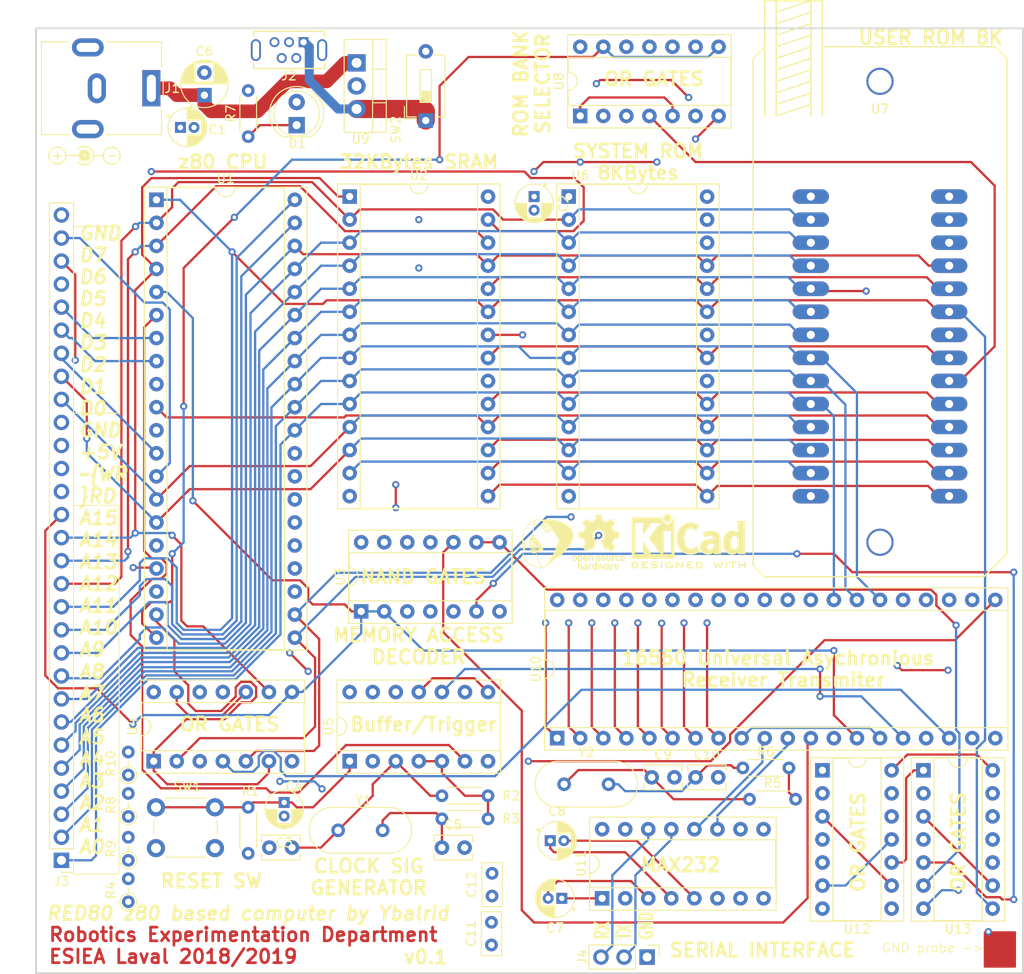
<source format=kicad_pcb>
(kicad_pcb (version 20171130) (host pcbnew "(5.0.0)")
  (layers (0 F.Cu signal) (1 In1.Cu power) (2 In2.Cu power) (31 B.Cu signal) (35 F.Paste user) (37 F.SilkS user) (39 F.Mask user) (44 Edge.Cuts user))
  (net 0 "")
  (net 1 GND)
  (net 2 MAIN_5V)
  (net 3 "Net-(U1-Pad21)")
  (net 4 "Net-(U1-Pad22)")
  (net 5 "Net-(U1-Pad27)")
  (net 6 "Net-(U1-Pad28)")
  (net 7 "Net-(U1-Pad18)")
  (net 8 "Net-(U1-Pad19)")
  (net 9 "Net-(U1-Pad20)")
  (net 10 /A11)
  (net 11 /A12)
  (net 12 /A14)
  (net 13 /A15)
  (net 14 /D4)
  (net 15 /D3)
  (net 16 /D5)
  (net 17 /D6)
  (net 18 /A0)
  (net 19 /A1)
  (net 20 /D2)
  (net 21 /A2)
  (net 22 /D7)
  (net 23 /A3)
  (net 24 /D0)
  (net 25 /A4)
  (net 26 /D1)
  (net 27 /A5)
  (net 28 /A6)
  (net 29 /A7)
  (net 30 /A8)
  (net 31 /A9)
  (net 32 /A10)
  (net 33 SIG_MRD)
  (net 34 SIG_MWR)
  (net 35 "Net-(C3-Pad1)")
  (net 36 SIG_RST)
  (net 37 "Net-(C4-Pad1)")
  (net 38 "Net-(C5-Pad1)")
  (net 39 "Net-(R2-Pad1)")
  (net 40 CPU_CLK)
  (net 41 "Net-(U6-Pad1)")
  (net 42 "Net-(U7-Pad1)")
  (net 43 SYS_USER_SELECT)
  (net 44 "Net-(U4-Pad10)")
  (net 45 "Net-(U6-Pad26)")
  (net 46 "Net-(U7-Pad26)")
  (net 47 ROM_BANK_ON)
  (net 48 SYS_ROM_ENABLE)
  (net 49 USER_ROM_ENABLE)
  (net 50 "Net-(D1-Pad1)")
  (net 51 "Net-(J2-Pad2)")
  (net 52 "Net-(J2-Pad3)")
  (net 53 "Net-(J2-Pad4)")
  (net 54 "Net-(C7-Pad1)")
  (net 55 "Net-(C7-Pad2)")
  (net 56 "Net-(C8-Pad2)")
  (net 57 "Net-(C8-Pad1)")
  (net 58 "Net-(U10-Pad23)")
  (net 59 "Net-(U10-Pad24)")
  (net 60 "Net-(U10-Pad29)")
  (net 61 "Net-(U10-Pad10)")
  (net 62 "Net-(U10-Pad30)")
  (net 63 "Net-(U10-Pad11)")
  (net 64 "Net-(U10-Pad31)")
  (net 65 "Net-(U10-Pad12)")
  (net 66 "Net-(U10-Pad32)")
  (net 67 "Net-(U10-Pad33)")
  (net 68 "Net-(U10-Pad34)")
  (net 69 "Net-(U10-Pad15)")
  (net 70 "Net-(U10-Pad35)")
  (net 71 "Net-(U10-Pad36)")
  (net 72 "Net-(U10-Pad17)")
  (net 73 "Net-(U10-Pad37)")
  (net 74 "Net-(U10-Pad38)")
  (net 75 "Net-(U10-Pad39)")
  (net 76 "Net-(U11-Pad9)")
  (net 77 "Net-(U11-Pad10)")
  (net 78 "Net-(U11-Pad7)")
  (net 79 "Net-(U11-Pad8)")
  (net 80 "Net-(U13-Pad6)")
  (net 81 RS232_RX)
  (net 82 RS232_TX)
  (net 83 "Net-(U12-Pad11)")
  (net 84 "Net-(U12-Pad10)")
  (net 85 "Net-(U12-Pad3)")
  (net 86 "Net-(U13-Pad3)")
  (net 87 "Net-(C9-Pad1)")
  (net 88 "Net-(C10-Pad1)")
  (net 89 "Net-(R5-Pad1)")
  (net 90 /RED_80_SERIAL/SERIAL_CLOCK)
  (net 91 "Net-(C12-Pad1)")
  (net 92 "Net-(C11-Pad1)")
  (net 93 /RED_80_PowerInput/DC_IN)
  (net 94 /RED_80_PowerInput/DC+5)
  (net 95 /CPU_BUSRQ)
  (net 96 /CPU_NMI)
  (net 97 /CPU_INT)
  (net 98 /CPU_WAIT)
  (net 99 /CPU_BUSACK)
  (net 100 SIG_IOWR)
  (net 101 SIG_IORD)
  (net 102 /RED_80_Ram/RAM_ENABLE)
  (net 103 /A13)
  (net 104 /RED_80_Roms/USER_ROM_SELECTED)
  (net 105 /RED_80_Roms/A14)
  (net 106 /RED_80_Roms/A15)
  (net 107 /RED_80_Roms/A8)
  (net 108 /RED_80_Roms/A9)
  (net 109 /RED_80_Roms/A11)
  (net 110 /RED_80_Roms/A10)
  (net 111 /RED_80_Roms/A12)
  (module RED_80_ADDITIONAL:RED_LOGO_7_6 (layer F.Cu) (at 148.717 108.077)
    (fp_text reference G*** hide)
    (fp_text value LOGO hide)
    (fp_text user D (at 0.1524 -1.4224 -45 unlocked) (layer F.SilkS) (effects (font (size 0.5 0.5) (thickness 0.1) italic)))
    (fp_text user E (at -0.1524 -1.7272 -40 unlocked) (layer F.SilkS) (effects (font (size 0.5 0.5) (thickness 0.1) italic)))
    (fp_text user R (at -0.508 -1.9812 -35 unlocked) (layer F.SilkS) (effects (font (size 0.5 0.5) (thickness 0.1) italic)))
  )
  (module Button_Switch_THT:SW_DIP_SPSTx01_Slide_6.7x4.1mm_W7.62mm_P2.54mm_LowProfile (layer F.Cu) (at 135.382 61.468 90)
    (fp_text reference SW2 (at -1.016 -3.302 90) (layer F.SilkS))
    (fp_text value SW_SPST)
    (pad 2 thru_hole oval (at 7.62 0 90) (size 1.6 1.6) (drill 0.8) (layers *.Cu *.Mask) (net 2 MAIN_5V))
    (pad 1 thru_hole rect (at 0 0 90) (size 1.6 1.6) (drill 0.8) (layers *.Cu *.Mask) (net 94 /RED_80_PowerInput/DC+5))
  )
  (module Connector_BarrelJack:BarrelJack_CUI_PJ-063AH_Horizontal (layer F.Cu) (at 105.156 57.912 270)
    (fp_text reference J1 (at 0 -2.3 180) (layer F.SilkS))
    (fp_text value Barrel_Jack)
    (pad "" np_thru_hole circle (at 0 9 270) (size 1.6 1.6) (drill 1.6) (layers *.Cu *.Mask))
    (pad MP thru_hole oval (at 4.5 7 270) (size 2 3.5) (drill oval 1 2.5) (layers *.Cu *.Mask))
    (pad MP thru_hole oval (at -4.5 7 270) (size 2 3.5) (drill oval 1 2.5) (layers *.Cu *.Mask))
    (pad 2 thru_hole oval (at 0 6 270) (size 3.3 2) (drill oval 2.3 1) (layers *.Cu *.Mask) (net 1 GND))
    (pad 1 thru_hole rect (at 0 0 270) (size 4 2) (drill oval 3 1) (layers *.Cu *.Mask) (net 93 /RED_80_PowerInput/DC_IN))
  )
  (module Package_DIP:DIP-28_W15.24mm_Socket (layer F.Cu) (at 127 69.85)
    (fp_text reference U2 (at 7.62 -2.33) (layer F.SilkS))
    (fp_text value AS6C62256)
    (pad 28 thru_hole oval (at 15.24 0) (size 1.6 1.6) (drill 0.8) (layers *.Cu *.Mask) (net 2 MAIN_5V))
    (pad 14 thru_hole oval (at 0 33.02) (size 1.6 1.6) (drill 0.8) (layers *.Cu *.Mask) (net 1 GND))
    (pad 27 thru_hole oval (at 15.24 2.54) (size 1.6 1.6) (drill 0.8) (layers *.Cu *.Mask) (net 34 SIG_MWR))
    (pad 13 thru_hole oval (at 0 30.48) (size 1.6 1.6) (drill 0.8) (layers *.Cu *.Mask) (net 20 /D2))
    (pad 26 thru_hole oval (at 15.24 5.08) (size 1.6 1.6) (drill 0.8) (layers *.Cu *.Mask) (net 103 /A13))
    (pad 12 thru_hole oval (at 0 27.94) (size 1.6 1.6) (drill 0.8) (layers *.Cu *.Mask) (net 26 /D1))
    (pad 25 thru_hole oval (at 15.24 7.62) (size 1.6 1.6) (drill 0.8) (layers *.Cu *.Mask) (net 30 /A8))
    (pad 11 thru_hole oval (at 0 25.4) (size 1.6 1.6) (drill 0.8) (layers *.Cu *.Mask) (net 24 /D0))
    (pad 24 thru_hole oval (at 15.24 10.16) (size 1.6 1.6) (drill 0.8) (layers *.Cu *.Mask) (net 31 /A9))
    (pad 10 thru_hole oval (at 0 22.86) (size 1.6 1.6) (drill 0.8) (layers *.Cu *.Mask) (net 18 /A0))
    (pad 23 thru_hole oval (at 15.24 12.7) (size 1.6 1.6) (drill 0.8) (layers *.Cu *.Mask) (net 10 /A11))
    (pad 9 thru_hole oval (at 0 20.32) (size 1.6 1.6) (drill 0.8) (layers *.Cu *.Mask) (net 19 /A1))
    (pad 22 thru_hole oval (at 15.24 15.24) (size 1.6 1.6) (drill 0.8) (layers *.Cu *.Mask) (net 33 SIG_MRD))
    (pad 8 thru_hole oval (at 0 17.78) (size 1.6 1.6) (drill 0.8) (layers *.Cu *.Mask) (net 21 /A2))
    (pad 21 thru_hole oval (at 15.24 17.78) (size 1.6 1.6) (drill 0.8) (layers *.Cu *.Mask) (net 32 /A10))
    (pad 7 thru_hole oval (at 0 15.24) (size 1.6 1.6) (drill 0.8) (layers *.Cu *.Mask) (net 23 /A3))
    (pad 20 thru_hole oval (at 15.24 20.32) (size 1.6 1.6) (drill 0.8) (layers *.Cu *.Mask) (net 102 /RED_80_Ram/RAM_ENABLE))
    (pad 6 thru_hole oval (at 0 12.7) (size 1.6 1.6) (drill 0.8) (layers *.Cu *.Mask) (net 25 /A4))
    (pad 19 thru_hole oval (at 15.24 22.86) (size 1.6 1.6) (drill 0.8) (layers *.Cu *.Mask) (net 22 /D7))
    (pad 5 thru_hole oval (at 0 10.16) (size 1.6 1.6) (drill 0.8) (layers *.Cu *.Mask) (net 27 /A5))
    (pad 18 thru_hole oval (at 15.24 25.4) (size 1.6 1.6) (drill 0.8) (layers *.Cu *.Mask) (net 17 /D6))
    (pad 4 thru_hole oval (at 0 7.62) (size 1.6 1.6) (drill 0.8) (layers *.Cu *.Mask) (net 28 /A6))
    (pad 17 thru_hole oval (at 15.24 27.94) (size 1.6 1.6) (drill 0.8) (layers *.Cu *.Mask) (net 16 /D5))
    (pad 3 thru_hole oval (at 0 5.08) (size 1.6 1.6) (drill 0.8) (layers *.Cu *.Mask) (net 29 /A7))
    (pad 16 thru_hole oval (at 15.24 30.48) (size 1.6 1.6) (drill 0.8) (layers *.Cu *.Mask) (net 14 /D4))
    (pad 2 thru_hole oval (at 0 2.54) (size 1.6 1.6) (drill 0.8) (layers *.Cu *.Mask) (net 11 /A12))
    (pad 15 thru_hole oval (at 15.24 33.02) (size 1.6 1.6) (drill 0.8) (layers *.Cu *.Mask) (net 15 /D3))
    (pad 1 thru_hole rect (at 0 0) (size 1.6 1.6) (drill 0.8) (layers *.Cu *.Mask) (net 12 /A14))
  )
  (module Package_DIP:DIP-16_W7.62mm_Socket (layer F.Cu) (at 154.813 147.193 90)
    (fp_text reference U11 (at 3.81 -2.33 90) (layer F.SilkS))
    (fp_text value MAX232)
    (pad 16 thru_hole oval (at 7.62 0 90) (size 1.6 1.6) (drill 0.8) (layers *.Cu *.Mask) (net 2 MAIN_5V))
    (pad 8 thru_hole oval (at 0 17.78 90) (size 1.6 1.6) (drill 0.8) (layers *.Cu *.Mask) (net 79 "Net-(U11-Pad8)"))
    (pad 15 thru_hole oval (at 7.62 2.54 90) (size 1.6 1.6) (drill 0.8) (layers *.Cu *.Mask) (net 1 GND))
    (pad 7 thru_hole oval (at 0 15.24 90) (size 1.6 1.6) (drill 0.8) (layers *.Cu *.Mask) (net 78 "Net-(U11-Pad7)"))
    (pad 14 thru_hole oval (at 7.62 5.08 90) (size 1.6 1.6) (drill 0.8) (layers *.Cu *.Mask) (net 82 RS232_TX))
    (pad 6 thru_hole oval (at 0 12.7 90) (size 1.6 1.6) (drill 0.8) (layers *.Cu *.Mask) (net 91 "Net-(C12-Pad1)"))
    (pad 13 thru_hole oval (at 7.62 7.62 90) (size 1.6 1.6) (drill 0.8) (layers *.Cu *.Mask) (net 81 RS232_RX))
    (pad 5 thru_hole oval (at 0 10.16 90) (size 1.6 1.6) (drill 0.8) (layers *.Cu *.Mask) (net 56 "Net-(C8-Pad2)"))
    (pad 12 thru_hole oval (at 7.62 10.16 90) (size 1.6 1.6) (drill 0.8) (layers *.Cu *.Mask) (net 61 "Net-(U10-Pad10)"))
    (pad 4 thru_hole oval (at 0 7.62 90) (size 1.6 1.6) (drill 0.8) (layers *.Cu *.Mask) (net 57 "Net-(C8-Pad1)"))
    (pad 11 thru_hole oval (at 7.62 12.7 90) (size 1.6 1.6) (drill 0.8) (layers *.Cu *.Mask) (net 63 "Net-(U10-Pad11)"))
    (pad 3 thru_hole oval (at 0 5.08 90) (size 1.6 1.6) (drill 0.8) (layers *.Cu *.Mask) (net 55 "Net-(C7-Pad2)"))
    (pad 10 thru_hole oval (at 7.62 15.24 90) (size 1.6 1.6) (drill 0.8) (layers *.Cu *.Mask) (net 77 "Net-(U11-Pad10)"))
    (pad 2 thru_hole oval (at 0 2.54 90) (size 1.6 1.6) (drill 0.8) (layers *.Cu *.Mask) (net 92 "Net-(C11-Pad1)"))
    (pad 9 thru_hole oval (at 7.62 17.78 90) (size 1.6 1.6) (drill 0.8) (layers *.Cu *.Mask) (net 76 "Net-(U11-Pad9)"))
    (pad 1 thru_hole rect (at 0 0 90) (size 1.6 1.6) (drill 0.8) (layers *.Cu *.Mask) (net 54 "Net-(C7-Pad1)"))
  )
  (module Package_DIP:DIP-28_W15.24mm_Socket (layer F.Cu) (at 151.13 69.85)
    (fp_text reference U6 (at 1.27 -2.33) (layer F.SilkS))
    (fp_text value 28C64)
    (pad 28 thru_hole oval (at 15.24 0) (size 1.6 1.6) (drill 0.8) (layers *.Cu *.Mask) (net 2 MAIN_5V))
    (pad 14 thru_hole oval (at 0 33.02) (size 1.6 1.6) (drill 0.8) (layers *.Cu *.Mask) (net 1 GND))
    (pad 27 thru_hole oval (at 15.24 2.54) (size 1.6 1.6) (drill 0.8) (layers *.Cu *.Mask) (net 2 MAIN_5V))
    (pad 13 thru_hole oval (at 0 30.48) (size 1.6 1.6) (drill 0.8) (layers *.Cu *.Mask) (net 21 /A2))
    (pad 26 thru_hole oval (at 15.24 5.08) (size 1.6 1.6) (drill 0.8) (layers *.Cu *.Mask) (net 45 "Net-(U6-Pad26)"))
    (pad 12 thru_hole oval (at 0 27.94) (size 1.6 1.6) (drill 0.8) (layers *.Cu *.Mask) (net 19 /A1))
    (pad 25 thru_hole oval (at 15.24 7.62) (size 1.6 1.6) (drill 0.8) (layers *.Cu *.Mask) (net 107 /RED_80_Roms/A8))
    (pad 11 thru_hole oval (at 0 25.4) (size 1.6 1.6) (drill 0.8) (layers *.Cu *.Mask) (net 18 /A0))
    (pad 24 thru_hole oval (at 15.24 10.16) (size 1.6 1.6) (drill 0.8) (layers *.Cu *.Mask) (net 108 /RED_80_Roms/A9))
    (pad 10 thru_hole oval (at 0 22.86) (size 1.6 1.6) (drill 0.8) (layers *.Cu *.Mask) (net 24 /D0))
    (pad 23 thru_hole oval (at 15.24 12.7) (size 1.6 1.6) (drill 0.8) (layers *.Cu *.Mask) (net 109 /RED_80_Roms/A11))
    (pad 9 thru_hole oval (at 0 20.32) (size 1.6 1.6) (drill 0.8) (layers *.Cu *.Mask) (net 26 /D1))
    (pad 22 thru_hole oval (at 15.24 15.24) (size 1.6 1.6) (drill 0.8) (layers *.Cu *.Mask) (net 1 GND))
    (pad 8 thru_hole oval (at 0 17.78) (size 1.6 1.6) (drill 0.8) (layers *.Cu *.Mask) (net 20 /D2))
    (pad 21 thru_hole oval (at 15.24 17.78) (size 1.6 1.6) (drill 0.8) (layers *.Cu *.Mask) (net 110 /RED_80_Roms/A10))
    (pad 7 thru_hole oval (at 0 15.24) (size 1.6 1.6) (drill 0.8) (layers *.Cu *.Mask) (net 15 /D3))
    (pad 20 thru_hole oval (at 15.24 20.32) (size 1.6 1.6) (drill 0.8) (layers *.Cu *.Mask) (net 48 SYS_ROM_ENABLE))
    (pad 6 thru_hole oval (at 0 12.7) (size 1.6 1.6) (drill 0.8) (layers *.Cu *.Mask) (net 14 /D4))
    (pad 19 thru_hole oval (at 15.24 22.86) (size 1.6 1.6) (drill 0.8) (layers *.Cu *.Mask) (net 29 /A7))
    (pad 5 thru_hole oval (at 0 10.16) (size 1.6 1.6) (drill 0.8) (layers *.Cu *.Mask) (net 16 /D5))
    (pad 18 thru_hole oval (at 15.24 25.4) (size 1.6 1.6) (drill 0.8) (layers *.Cu *.Mask) (net 28 /A6))
    (pad 4 thru_hole oval (at 0 7.62) (size 1.6 1.6) (drill 0.8) (layers *.Cu *.Mask) (net 17 /D6))
    (pad 17 thru_hole oval (at 15.24 27.94) (size 1.6 1.6) (drill 0.8) (layers *.Cu *.Mask) (net 27 /A5))
    (pad 3 thru_hole oval (at 0 5.08) (size 1.6 1.6) (drill 0.8) (layers *.Cu *.Mask) (net 22 /D7))
    (pad 16 thru_hole oval (at 15.24 30.48) (size 1.6 1.6) (drill 0.8) (layers *.Cu *.Mask) (net 25 /A4))
    (pad 2 thru_hole oval (at 0 2.54) (size 1.6 1.6) (drill 0.8) (layers *.Cu *.Mask) (net 111 /RED_80_Roms/A12))
    (pad 15 thru_hole oval (at 15.24 33.02) (size 1.6 1.6) (drill 0.8) (layers *.Cu *.Mask) (net 23 /A3))
    (pad 1 thru_hole rect (at 0 0) (size 1.6 1.6) (drill 0.8) (layers *.Cu *.Mask) (net 41 "Net-(U6-Pad1)"))
  )
  (module RED_80_ADDITIONAL:3M-TEXTOOL-ZIF-DIP-28 (layer F.Cu) (at 185.42 86.36 270)
    (fp_text reference U7 (at -26.17 0) (layer F.SilkS))
    (fp_text value 28C64)
    (pad "" np_thru_hole circle (at 21.59 0 270) (size 3 3) (drill 2.54) (layers *.Cu *.Mask))
    (pad "" np_thru_hole circle (at -29.21 0 270) (size 3 3) (drill 2.54) (layers *.Cu *.Mask))
    (pad 14 thru_hole oval (at 16.51 7.62 270) (size 1.6 4) (drill 0.9) (layers *.Cu *.Mask) (net 1 GND))
    (pad 15 thru_hole oval (at 16.51 -7.62 270) (size 1.6 4) (drill 0.9) (layers *.Cu *.Mask) (net 23 /A3))
    (pad 13 thru_hole oval (at 13.97 7.62 270) (size 1.6 4) (drill 0.9) (layers *.Cu *.Mask) (net 21 /A2))
    (pad 16 thru_hole oval (at 13.97 -7.62 270) (size 1.6 4) (drill 0.9) (layers *.Cu *.Mask) (net 25 /A4))
    (pad 12 thru_hole oval (at 11.43 7.62 270) (size 1.6 4) (drill 0.9) (layers *.Cu *.Mask) (net 19 /A1))
    (pad 17 thru_hole oval (at 11.43 -7.62 270) (size 1.6 4) (drill 0.9) (layers *.Cu *.Mask) (net 27 /A5))
    (pad 11 thru_hole oval (at 8.89 7.62 270) (size 1.6 4) (drill 0.9) (layers *.Cu *.Mask) (net 18 /A0))
    (pad 18 thru_hole oval (at 8.89 -7.62 270) (size 1.6 4) (drill 0.9) (layers *.Cu *.Mask) (net 28 /A6))
    (pad 10 thru_hole oval (at 6.35 7.62 270) (size 1.6 4) (drill 0.9) (layers *.Cu *.Mask) (net 24 /D0))
    (pad 19 thru_hole oval (at 6.35 -7.62 270) (size 1.6 4) (drill 0.9) (layers *.Cu *.Mask) (net 29 /A7))
    (pad 9 thru_hole oval (at 3.81 7.62 270) (size 1.6 4) (drill 0.9) (layers *.Cu *.Mask) (net 26 /D1))
    (pad 20 thru_hole oval (at 3.81 -7.62 270) (size 1.6 4) (drill 0.9) (layers *.Cu *.Mask) (net 49 USER_ROM_ENABLE))
    (pad 8 thru_hole oval (at 1.27 7.62 270) (size 1.6 4) (drill 0.9) (layers *.Cu *.Mask) (net 20 /D2))
    (pad 21 thru_hole oval (at 1.27 -7.62 270) (size 1.6 4) (drill 0.9) (layers *.Cu *.Mask) (net 110 /RED_80_Roms/A10))
    (pad 7 thru_hole oval (at -1.27 7.62 270) (size 1.6 4) (drill 0.9) (layers *.Cu *.Mask) (net 15 /D3))
    (pad 22 thru_hole oval (at -1.27 -7.62 270) (size 1.6 4) (drill 0.9) (layers *.Cu *.Mask) (net 1 GND))
    (pad 6 thru_hole oval (at -3.81 7.62 270) (size 1.6 4) (drill 0.9) (layers *.Cu *.Mask) (net 14 /D4))
    (pad 23 thru_hole oval (at -3.81 -7.62 270) (size 1.6 4) (drill 0.9) (layers *.Cu *.Mask) (net 109 /RED_80_Roms/A11))
    (pad 5 thru_hole oval (at -6.35 7.62 270) (size 1.6 4) (drill 0.9) (layers *.Cu *.Mask) (net 16 /D5))
    (pad 24 thru_hole oval (at -6.35 -7.62 270) (size 1.6 4) (drill 0.9) (layers *.Cu *.Mask) (net 108 /RED_80_Roms/A9))
    (pad 4 thru_hole oval (at -8.89 7.62 270) (size 1.6 4) (drill 0.9) (layers *.Cu *.Mask) (net 17 /D6))
    (pad 25 thru_hole oval (at -8.89 -7.62 270) (size 1.6 4) (drill 0.9) (layers *.Cu *.Mask) (net 107 /RED_80_Roms/A8))
    (pad 3 thru_hole oval (at -11.43 7.62 270) (size 1.6 4) (drill 0.9) (layers *.Cu *.Mask) (net 22 /D7))
    (pad 26 thru_hole oval (at -11.43 -7.62 270) (size 1.6 4) (drill 0.9) (layers *.Cu *.Mask) (net 46 "Net-(U7-Pad26)"))
    (pad 2 thru_hole oval (at -13.97 7.62 270) (size 1.6 4) (drill 0.9) (layers *.Cu *.Mask) (net 111 /RED_80_Roms/A12))
    (pad 27 thru_hole oval (at -13.97 -7.62 270) (size 1.6 4) (drill 0.9) (layers *.Cu *.Mask) (net 2 MAIN_5V))
    (pad 1 thru_hole oval (at -16.51 7.62 270) (size 1.6 4) (drill 0.9) (layers *.Cu *.Mask) (net 42 "Net-(U7-Pad1)"))
    (pad 28 thru_hole oval (at -16.51 -7.62 270) (size 1.6 4) (drill 0.9) (layers *.Cu *.Mask) (net 2 MAIN_5V))
  )
  (module Package_DIP:DIP-40_W15.24mm_Socket (layer F.Cu) (at 105.715001 70.205001)
    (fp_text reference U1 (at 7.62 -2.33) (layer F.SilkS))
    (fp_text value Z80CPU)
    (pad 40 thru_hole oval (at 15.24 0) (size 1.6 1.6) (drill 0.8) (layers *.Cu *.Mask) (net 32 /A10))
    (pad 20 thru_hole oval (at 0 48.26) (size 1.6 1.6) (drill 0.8) (layers *.Cu *.Mask) (net 9 "Net-(U1-Pad20)"))
    (pad 39 thru_hole oval (at 15.24 2.54) (size 1.6 1.6) (drill 0.8) (layers *.Cu *.Mask) (net 31 /A9))
    (pad 19 thru_hole oval (at 0 45.72) (size 1.6 1.6) (drill 0.8) (layers *.Cu *.Mask) (net 8 "Net-(U1-Pad19)"))
    (pad 38 thru_hole oval (at 15.24 5.08) (size 1.6 1.6) (drill 0.8) (layers *.Cu *.Mask) (net 30 /A8))
    (pad 18 thru_hole oval (at 0 43.18) (size 1.6 1.6) (drill 0.8) (layers *.Cu *.Mask) (net 7 "Net-(U1-Pad18)"))
    (pad 37 thru_hole oval (at 15.24 7.62) (size 1.6 1.6) (drill 0.8) (layers *.Cu *.Mask) (net 29 /A7))
    (pad 17 thru_hole oval (at 0 40.64) (size 1.6 1.6) (drill 0.8) (layers *.Cu *.Mask) (net 96 /CPU_NMI))
    (pad 36 thru_hole oval (at 15.24 10.16) (size 1.6 1.6) (drill 0.8) (layers *.Cu *.Mask) (net 28 /A6))
    (pad 16 thru_hole oval (at 0 38.1) (size 1.6 1.6) (drill 0.8) (layers *.Cu *.Mask) (net 97 /CPU_INT))
    (pad 35 thru_hole oval (at 15.24 12.7) (size 1.6 1.6) (drill 0.8) (layers *.Cu *.Mask) (net 27 /A5))
    (pad 15 thru_hole oval (at 0 35.56) (size 1.6 1.6) (drill 0.8) (layers *.Cu *.Mask) (net 26 /D1))
    (pad 34 thru_hole oval (at 15.24 15.24) (size 1.6 1.6) (drill 0.8) (layers *.Cu *.Mask) (net 25 /A4))
    (pad 14 thru_hole oval (at 0 33.02) (size 1.6 1.6) (drill 0.8) (layers *.Cu *.Mask) (net 24 /D0))
    (pad 33 thru_hole oval (at 15.24 17.78) (size 1.6 1.6) (drill 0.8) (layers *.Cu *.Mask) (net 23 /A3))
    (pad 13 thru_hole oval (at 0 30.48) (size 1.6 1.6) (drill 0.8) (layers *.Cu *.Mask) (net 22 /D7))
    (pad 32 thru_hole oval (at 15.24 20.32) (size 1.6 1.6) (drill 0.8) (layers *.Cu *.Mask) (net 21 /A2))
    (pad 12 thru_hole oval (at 0 27.94) (size 1.6 1.6) (drill 0.8) (layers *.Cu *.Mask) (net 20 /D2))
    (pad 31 thru_hole oval (at 15.24 22.86) (size 1.6 1.6) (drill 0.8) (layers *.Cu *.Mask) (net 19 /A1))
    (pad 11 thru_hole oval (at 0 25.4) (size 1.6 1.6) (drill 0.8) (layers *.Cu *.Mask) (net 2 MAIN_5V))
    (pad 30 thru_hole oval (at 15.24 25.4) (size 1.6 1.6) (drill 0.8) (layers *.Cu *.Mask) (net 18 /A0))
    (pad 10 thru_hole oval (at 0 22.86) (size 1.6 1.6) (drill 0.8) (layers *.Cu *.Mask) (net 17 /D6))
    (pad 29 thru_hole oval (at 15.24 27.94) (size 1.6 1.6) (drill 0.8) (layers *.Cu *.Mask) (net 1 GND))
    (pad 9 thru_hole oval (at 0 20.32) (size 1.6 1.6) (drill 0.8) (layers *.Cu *.Mask) (net 16 /D5))
    (pad 28 thru_hole oval (at 15.24 30.48) (size 1.6 1.6) (drill 0.8) (layers *.Cu *.Mask) (net 6 "Net-(U1-Pad28)"))
    (pad 8 thru_hole oval (at 0 17.78) (size 1.6 1.6) (drill 0.8) (layers *.Cu *.Mask) (net 15 /D3))
    (pad 27 thru_hole oval (at 15.24 33.02) (size 1.6 1.6) (drill 0.8) (layers *.Cu *.Mask) (net 5 "Net-(U1-Pad27)"))
    (pad 7 thru_hole oval (at 0 15.24) (size 1.6 1.6) (drill 0.8) (layers *.Cu *.Mask) (net 14 /D4))
    (pad 26 thru_hole oval (at 15.24 35.56) (size 1.6 1.6) (drill 0.8) (layers *.Cu *.Mask) (net 36 SIG_RST))
    (pad 6 thru_hole oval (at 0 12.7) (size 1.6 1.6) (drill 0.8) (layers *.Cu *.Mask) (net 40 CPU_CLK))
    (pad 25 thru_hole oval (at 15.24 38.1) (size 1.6 1.6) (drill 0.8) (layers *.Cu *.Mask) (net 95 /CPU_BUSRQ))
    (pad 5 thru_hole oval (at 0 10.16) (size 1.6 1.6) (drill 0.8) (layers *.Cu *.Mask) (net 13 /A15))
    (pad 24 thru_hole oval (at 15.24 40.64) (size 1.6 1.6) (drill 0.8) (layers *.Cu *.Mask) (net 98 /CPU_WAIT))
    (pad 4 thru_hole oval (at 0 7.62) (size 1.6 1.6) (drill 0.8) (layers *.Cu *.Mask) (net 12 /A14))
    (pad 23 thru_hole oval (at 15.24 43.18) (size 1.6 1.6) (drill 0.8) (layers *.Cu *.Mask) (net 99 /CPU_BUSACK))
    (pad 3 thru_hole oval (at 0 5.08) (size 1.6 1.6) (drill 0.8) (layers *.Cu *.Mask) (net 103 /A13))
    (pad 22 thru_hole oval (at 15.24 45.72) (size 1.6 1.6) (drill 0.8) (layers *.Cu *.Mask) (net 4 "Net-(U1-Pad22)"))
    (pad 2 thru_hole oval (at 0 2.54) (size 1.6 1.6) (drill 0.8) (layers *.Cu *.Mask) (net 11 /A12))
    (pad 21 thru_hole oval (at 15.24 48.26) (size 1.6 1.6) (drill 0.8) (layers *.Cu *.Mask) (net 3 "Net-(U1-Pad21)"))
    (pad 1 thru_hole rect (at 0 0) (size 1.6 1.6) (drill 0.8) (layers *.Cu *.Mask) (net 10 /A11))
  )
  (module Package_DIP:DIP-14_W7.62mm_Socket (layer F.Cu) (at 127 132.08 90)
    (fp_text reference U5 (at 3.81 -2.33 90) (layer F.SilkS))
    (fp_text value 40106)
    (pad 14 thru_hole oval (at 7.62 0 90) (size 1.6 1.6) (drill 0.8) (layers *.Cu *.Mask) (net 2 MAIN_5V))
    (pad 7 thru_hole oval (at 0 15.24 90) (size 1.6 1.6) (drill 0.8) (layers *.Cu *.Mask) (net 1 GND))
    (pad 13 thru_hole oval (at 7.62 2.54 90) (size 1.6 1.6) (drill 0.8) (layers *.Cu *.Mask))
    (pad 6 thru_hole oval (at 0 12.7 90) (size 1.6 1.6) (drill 0.8) (layers *.Cu *.Mask) (net 40 CPU_CLK))
    (pad 12 thru_hole oval (at 7.62 5.08 90) (size 1.6 1.6) (drill 0.8) (layers *.Cu *.Mask))
    (pad 5 thru_hole oval (at 0 10.16 90) (size 1.6 1.6) (drill 0.8) (layers *.Cu *.Mask) (net 39 "Net-(R2-Pad1)"))
    (pad 11 thru_hole oval (at 7.62 7.62 90) (size 1.6 1.6) (drill 0.8) (layers *.Cu *.Mask) (net 89 "Net-(R5-Pad1)"))
    (pad 4 thru_hole oval (at 0 7.62 90) (size 1.6 1.6) (drill 0.8) (layers *.Cu *.Mask) (net 39 "Net-(R2-Pad1)"))
    (pad 10 thru_hole oval (at 7.62 10.16 90) (size 1.6 1.6) (drill 0.8) (layers *.Cu *.Mask) (net 90 /RED_80_SERIAL/SERIAL_CLOCK))
    (pad 3 thru_hole oval (at 0 5.08 90) (size 1.6 1.6) (drill 0.8) (layers *.Cu *.Mask) (net 37 "Net-(C4-Pad1)"))
    (pad 9 thru_hole oval (at 7.62 12.7 90) (size 1.6 1.6) (drill 0.8) (layers *.Cu *.Mask) (net 87 "Net-(C9-Pad1)"))
    (pad 2 thru_hole oval (at 0 2.54 90) (size 1.6 1.6) (drill 0.8) (layers *.Cu *.Mask) (net 36 SIG_RST))
    (pad 8 thru_hole oval (at 7.62 15.24 90) (size 1.6 1.6) (drill 0.8) (layers *.Cu *.Mask) (net 89 "Net-(R5-Pad1)"))
    (pad 1 thru_hole rect (at 0 0 90) (size 1.6 1.6) (drill 0.8) (layers *.Cu *.Mask) (net 35 "Net-(C3-Pad1)"))
  )
  (module Package_DIP:DIP-14_W7.62mm_Socket (layer F.Cu) (at 105.41 132.08 90)
    (fp_text reference U4 (at 3.81 -2.33 90) (layer F.SilkS))
    (fp_text value 4071)
    (pad 14 thru_hole oval (at 7.62 0 90) (size 1.6 1.6) (drill 0.8) (layers *.Cu *.Mask) (net 2 MAIN_5V))
    (pad 7 thru_hole oval (at 0 15.24 90) (size 1.6 1.6) (drill 0.8) (layers *.Cu *.Mask) (net 1 GND))
    (pad 13 thru_hole oval (at 7.62 2.54 90) (size 1.6 1.6) (drill 0.8) (layers *.Cu *.Mask) (net 44 "Net-(U4-Pad10)"))
    (pad 6 thru_hole oval (at 0 12.7 90) (size 1.6 1.6) (drill 0.8) (layers *.Cu *.Mask) (net 8 "Net-(U1-Pad19)"))
    (pad 12 thru_hole oval (at 7.62 5.08 90) (size 1.6 1.6) (drill 0.8) (layers *.Cu *.Mask) (net 33 SIG_MRD))
    (pad 5 thru_hole oval (at 0 10.16 90) (size 1.6 1.6) (drill 0.8) (layers *.Cu *.Mask) (net 4 "Net-(U1-Pad22)"))
    (pad 11 thru_hole oval (at 7.62 7.62 90) (size 1.6 1.6) (drill 0.8) (layers *.Cu *.Mask) (net 47 ROM_BANK_ON))
    (pad 4 thru_hole oval (at 0 7.62 90) (size 1.6 1.6) (drill 0.8) (layers *.Cu *.Mask) (net 34 SIG_MWR))
    (pad 10 thru_hole oval (at 7.62 10.16 90) (size 1.6 1.6) (drill 0.8) (layers *.Cu *.Mask) (net 44 "Net-(U4-Pad10)"))
    (pad 3 thru_hole oval (at 0 5.08 90) (size 1.6 1.6) (drill 0.8) (layers *.Cu *.Mask) (net 33 SIG_MRD))
    (pad 9 thru_hole oval (at 7.62 12.7 90) (size 1.6 1.6) (drill 0.8) (layers *.Cu *.Mask) (net 105 /RED_80_Roms/A14))
    (pad 2 thru_hole oval (at 0 2.54 90) (size 1.6 1.6) (drill 0.8) (layers *.Cu *.Mask) (net 3 "Net-(U1-Pad21)"))
    (pad 8 thru_hole oval (at 7.62 15.24 90) (size 1.6 1.6) (drill 0.8) (layers *.Cu *.Mask) (net 106 /RED_80_Roms/A15))
    (pad 1 thru_hole rect (at 0 0 90) (size 1.6 1.6) (drill 0.8) (layers *.Cu *.Mask) (net 8 "Net-(U1-Pad19)"))
  )
  (module Capacitor_THT:CP_Radial_D4.0mm_P1.50mm (layer F.Cu) (at 108.3564 62.23)
    (fp_text reference C1 (at 4.064 0.2286) (layer F.SilkS))
    (fp_text value 0.01uF)
    (pad 2 thru_hole circle (at 1.5 0) (size 1.2 1.2) (drill 0.6) (layers *.Cu *.Mask) (net 1 GND))
    (pad 1 thru_hole rect (at 0 0) (size 1.2 1.2) (drill 0.6) (layers *.Cu *.Mask) (net 2 MAIN_5V))
  )
  (module Capacitor_THT:CP_Radial_D4.0mm_P1.50mm (layer F.Cu) (at 147.32 69.85 270)
    (fp_text reference C2 (at 0.75 -3.25 270) (layer F.SilkS))
    (fp_text value 0.01uF)
    (pad 2 thru_hole circle (at 1.5 0 270) (size 1.2 1.2) (drill 0.6) (layers *.Cu *.Mask) (net 1 GND))
    (pad 1 thru_hole rect (at 0 0 270) (size 1.2 1.2) (drill 0.6) (layers *.Cu *.Mask) (net 2 MAIN_5V))
  )
  (module Package_DIP:DIP-14_W7.62mm_Socket (layer F.Cu) (at 128.27 115.57 90)
    (fp_text reference U3 (at 3.81 -2.33 90) (layer F.SilkS))
    (fp_text value 4011)
    (pad 14 thru_hole oval (at 7.62 0 90) (size 1.6 1.6) (drill 0.8) (layers *.Cu *.Mask) (net 2 MAIN_5V))
    (pad 7 thru_hole oval (at 0 15.24 90) (size 1.6 1.6) (drill 0.8) (layers *.Cu *.Mask) (net 1 GND))
    (pad 13 thru_hole oval (at 7.62 2.54 90) (size 1.6 1.6) (drill 0.8) (layers *.Cu *.Mask))
    (pad 6 thru_hole oval (at 0 12.7 90) (size 1.6 1.6) (drill 0.8) (layers *.Cu *.Mask) (net 43 SYS_USER_SELECT))
    (pad 12 thru_hole oval (at 7.62 5.08 90) (size 1.6 1.6) (drill 0.8) (layers *.Cu *.Mask))
    (pad 5 thru_hole oval (at 0 10.16 90) (size 1.6 1.6) (drill 0.8) (layers *.Cu *.Mask) (net 43 SYS_USER_SELECT))
    (pad 11 thru_hole oval (at 7.62 7.62 90) (size 1.6 1.6) (drill 0.8) (layers *.Cu *.Mask))
    (pad 4 thru_hole oval (at 0 7.62 90) (size 1.6 1.6) (drill 0.8) (layers *.Cu *.Mask) (net 104 /RED_80_Roms/USER_ROM_SELECTED))
    (pad 10 thru_hole oval (at 7.62 10.16 90) (size 1.6 1.6) (drill 0.8) (layers *.Cu *.Mask) (net 65 "Net-(U10-Pad12)"))
    (pad 3 thru_hole oval (at 0 5.08 90) (size 1.6 1.6) (drill 0.8) (layers *.Cu *.Mask) (net 102 /RED_80_Ram/RAM_ENABLE))
    (pad 9 thru_hole oval (at 7.62 12.7 90) (size 1.6 1.6) (drill 0.8) (layers *.Cu *.Mask) (net 80 "Net-(U13-Pad6)"))
    (pad 2 thru_hole oval (at 0 2.54 90) (size 1.6 1.6) (drill 0.8) (layers *.Cu *.Mask) (net 13 /A15))
    (pad 8 thru_hole oval (at 7.62 15.24 90) (size 1.6 1.6) (drill 0.8) (layers *.Cu *.Mask) (net 80 "Net-(U13-Pad6)"))
    (pad 1 thru_hole rect (at 0 0 90) (size 1.6 1.6) (drill 0.8) (layers *.Cu *.Mask) (net 13 /A15))
  )
  (module Capacitor_THT:CP_Radial_D4.0mm_P1.50mm (layer F.Cu) (at 119.7864 136.6266 270)
    (fp_text reference C3 (at 4.445 0) (layer F.SilkS))
    (fp_text value 0.01uf)
    (pad 2 thru_hole circle (at 1.5 0 270) (size 1.2 1.2) (drill 0.6) (layers *.Cu *.Mask) (net 1 GND))
    (pad 1 thru_hole rect (at 0 0 270) (size 1.2 1.2) (drill 0.6) (layers *.Cu *.Mask) (net 35 "Net-(C3-Pad1)"))
  )
  (module Resistor_THT:R_Axial_DIN0204_L3.6mm_D1.6mm_P5.08mm_Horizontal (layer F.Cu) (at 115.824 142.24 90)
    (fp_text reference R1 (at 6.858 0.254 180) (layer F.SilkS))
    (fp_text value 10k)
    (pad 2 thru_hole oval (at 5.08 0 90) (size 1.4 1.4) (drill 0.7) (layers *.Cu *.Mask) (net 35 "Net-(C3-Pad1)"))
    (pad 1 thru_hole circle (at 0 0 90) (size 1.4 1.4) (drill 0.7) (layers *.Cu *.Mask) (net 2 MAIN_5V))
  )
  (module Button_Switch_THT:SW_PUSH_6mm_H4.3mm (layer F.Cu) (at 105.664 137.16)
    (fp_text reference SW1 (at 3.452 -2.286 180) (layer F.SilkS))
    (fp_text value RESET_SW)
    (pad 1 thru_hole circle (at 6.5 0 90) (size 2 2) (drill 1.1) (layers *.Cu *.Mask) (net 35 "Net-(C3-Pad1)"))
    (pad 2 thru_hole circle (at 6.5 4.5 90) (size 2 2) (drill 1.1) (layers *.Cu *.Mask) (net 1 GND))
    (pad 1 thru_hole circle (at 0 0 90) (size 2 2) (drill 1.1) (layers *.Cu *.Mask) (net 35 "Net-(C3-Pad1)"))
    (pad 2 thru_hole circle (at 0 4.5 90) (size 2 2) (drill 1.1) (layers *.Cu *.Mask) (net 1 GND))
  )
  (module Capacitor_THT:C_Rect_L4.0mm_W2.5mm_P2.50mm (layer F.Cu) (at 120.65 141.605 180)
    (fp_text reference C4 (at -0.254 6.731 180) (layer F.SilkS))
    (fp_text value 22pF)
    (pad 2 thru_hole circle (at 2.5 0 180) (size 1.6 1.6) (drill 0.8) (layers *.Cu *.Mask) (net 1 GND))
    (pad 1 thru_hole circle (at 0 0 180) (size 1.6 1.6) (drill 0.8) (layers *.Cu *.Mask) (net 37 "Net-(C4-Pad1)"))
  )
  (module Capacitor_THT:C_Rect_L4.0mm_W2.5mm_P2.50mm (layer F.Cu) (at 137.16 141.605)
    (fp_text reference C5 (at 1.25 -2.5) (layer F.SilkS))
    (fp_text value 22pF)
    (pad 2 thru_hole circle (at 2.5 0) (size 1.6 1.6) (drill 0.8) (layers *.Cu *.Mask) (net 1 GND))
    (pad 1 thru_hole circle (at 0 0) (size 1.6 1.6) (drill 0.8) (layers *.Cu *.Mask) (net 38 "Net-(C5-Pad1)"))
  )
  (module Resistor_THT:R_Axial_DIN0204_L3.6mm_D1.6mm_P5.08mm_Horizontal (layer F.Cu) (at 142.24 135.89 180)
    (fp_text reference R2 (at -2.54 0 180) (layer F.SilkS))
    (fp_text value 1M)
    (pad 2 thru_hole oval (at 5.08 0 180) (size 1.4 1.4) (drill 0.7) (layers *.Cu *.Mask) (net 37 "Net-(C4-Pad1)"))
    (pad 1 thru_hole circle (at 0 0 180) (size 1.4 1.4) (drill 0.7) (layers *.Cu *.Mask) (net 39 "Net-(R2-Pad1)"))
  )
  (module Resistor_THT:R_Axial_DIN0204_L3.6mm_D1.6mm_P5.08mm_Horizontal (layer F.Cu) (at 142.24 138.43 180)
    (fp_text reference R3 (at -2.54 0 180) (layer F.SilkS))
    (fp_text value R)
    (pad 2 thru_hole oval (at 5.08 0 180) (size 1.4 1.4) (drill 0.7) (layers *.Cu *.Mask) (net 38 "Net-(C5-Pad1)"))
    (pad 1 thru_hole circle (at 0 0 180) (size 1.4 1.4) (drill 0.7) (layers *.Cu *.Mask) (net 39 "Net-(R2-Pad1)"))
  )
  (module Crystal:Crystal_HC18-U_Vertical (layer F.Cu) (at 125.73 139.7)
    (fp_text reference Y1 (at 2.794 -3.302 180) (layer F.SilkS))
    (fp_text value Crystal)
    (pad 2 thru_hole circle (at 4.9 0) (size 1.5 1.5) (drill 0.8) (layers *.Cu *.Mask) (net 38 "Net-(C5-Pad1)"))
    (pad 1 thru_hole circle (at 0 0) (size 1.5 1.5) (drill 0.8) (layers *.Cu *.Mask) (net 37 "Net-(C4-Pad1)"))
  )
  (module Package_DIP:DIP-14_W7.62mm_Socket (layer F.Cu) (at 152.4 60.96 90)
    (fp_text reference U8 (at 3.81 -2.33 90) (layer F.SilkS))
    (fp_text value 4071)
    (pad 14 thru_hole oval (at 7.62 0 90) (size 1.6 1.6) (drill 0.8) (layers *.Cu *.Mask) (net 2 MAIN_5V))
    (pad 7 thru_hole oval (at 0 15.24 90) (size 1.6 1.6) (drill 0.8) (layers *.Cu *.Mask) (net 1 GND))
    (pad 13 thru_hole oval (at 7.62 2.54 90) (size 1.6 1.6) (drill 0.8) (layers *.Cu *.Mask) (net 9 "Net-(U1-Pad20)"))
    (pad 6 thru_hole oval (at 0 12.7 90) (size 1.6 1.6) (drill 0.8) (layers *.Cu *.Mask) (net 104 /RED_80_Roms/USER_ROM_SELECTED))
    (pad 12 thru_hole oval (at 7.62 5.08 90) (size 1.6 1.6) (drill 0.8) (layers *.Cu *.Mask) (net 4 "Net-(U1-Pad22)"))
    (pad 5 thru_hole oval (at 0 10.16 90) (size 1.6 1.6) (drill 0.8) (layers *.Cu *.Mask) (net 47 ROM_BANK_ON))
    (pad 11 thru_hole oval (at 7.62 7.62 90) (size 1.6 1.6) (drill 0.8) (layers *.Cu *.Mask) (net 100 SIG_IOWR))
    (pad 4 thru_hole oval (at 0 7.62 90) (size 1.6 1.6) (drill 0.8) (layers *.Cu *.Mask) (net 49 USER_ROM_ENABLE))
    (pad 10 thru_hole oval (at 7.62 10.16 90) (size 1.6 1.6) (drill 0.8) (layers *.Cu *.Mask) (net 101 SIG_IORD))
    (pad 3 thru_hole oval (at 0 5.08 90) (size 1.6 1.6) (drill 0.8) (layers *.Cu *.Mask) (net 48 SYS_ROM_ENABLE))
    (pad 9 thru_hole oval (at 7.62 12.7 90) (size 1.6 1.6) (drill 0.8) (layers *.Cu *.Mask) (net 3 "Net-(U1-Pad21)"))
    (pad 2 thru_hole oval (at 0 2.54 90) (size 1.6 1.6) (drill 0.8) (layers *.Cu *.Mask) (net 43 SYS_USER_SELECT))
    (pad 8 thru_hole oval (at 7.62 15.24 90) (size 1.6 1.6) (drill 0.8) (layers *.Cu *.Mask) (net 9 "Net-(U1-Pad20)"))
    (pad 1 thru_hole rect (at 0 0 90) (size 1.6 1.6) (drill 0.8) (layers *.Cu *.Mask) (net 47 ROM_BANK_ON))
  )
  (module Capacitor_THT:CP_Radial_D5.0mm_P2.50mm (layer F.Cu) (at 110.998 58.674 90)
    (fp_text reference C6 (at 4.826 0 180) (layer F.SilkS))
    (fp_text value 100nf)
    (pad 2 thru_hole circle (at 2.5 0 90) (size 1.6 1.6) (drill 0.8) (layers *.Cu *.Mask) (net 1 GND))
    (pad 1 thru_hole rect (at 0 0 90) (size 1.6 1.6) (drill 0.8) (layers *.Cu *.Mask) (net 93 /RED_80_PowerInput/DC_IN))
  )
  (module LED_THT:LED_D5.0mm (layer F.Cu) (at 121.158 61.976 90)
    (fp_text reference D1 (at -2.032 0.0635 180) (layer F.SilkS))
    (fp_text value LED)
    (pad 2 thru_hole circle (at 2.54 0 90) (size 1.8 1.8) (drill 0.9) (layers *.Cu *.Mask) (net 2 MAIN_5V))
    (pad 1 thru_hole rect (at 0 0 90) (size 1.8 1.8) (drill 0.9) (layers *.Cu *.Mask) (net 50 "Net-(D1-Pad1)"))
  )
  (module Connector_USB:USB_Micro-B_Tensility_54-00023_Vertical (layer F.Cu) (at 121.92 52.832 180)
    (fp_text reference J2 (at 1.6 -3.7 180) (layer F.SilkS))
    (fp_text value USB_B_Micro)
    (pad 6 thru_hole oval (at 5.25 -0.875 180) (size 1.1 2.4) (drill oval 0.7 2) (layers *.Cu *.Mask) (net 1 GND))
    (pad 6 thru_hole oval (at -2.05 -0.875 180) (size 1.1 2.4) (drill oval 0.7 2) (layers *.Cu *.Mask) (net 1 GND))
    (pad 5 thru_hole circle (at 3.2 0 180) (size 1.1 1.1) (drill 0.7) (layers *.Cu *.Mask) (net 1 GND))
    (pad 4 thru_hole circle (at 2.4 -1.75 180) (size 1.1 1.1) (drill 0.7) (layers *.Cu *.Mask) (net 53 "Net-(J2-Pad4)"))
    (pad 3 thru_hole circle (at 1.6 0 180) (size 1.1 1.1) (drill 0.7) (layers *.Cu *.Mask) (net 52 "Net-(J2-Pad3)"))
    (pad 2 thru_hole circle (at 0.8 -1.75 180) (size 1.1 1.1) (drill 0.7) (layers *.Cu *.Mask) (net 51 "Net-(J2-Pad2)"))
    (pad 1 thru_hole rect (at 0 0 180) (size 1.1 1.1) (drill 0.7) (layers *.Cu *.Mask) (net 94 /RED_80_PowerInput/DC+5))
  )
  (module Package_TO_SOT_THT:TO-220-3_Vertical (layer F.Cu) (at 127.762 55.118 270)
    (fp_text reference U9 (at 8.382 -0.4445) (layer F.SilkS))
    (fp_text value L7805)
    (pad 3 thru_hole oval (at 5.08 0 270) (size 1.905 2) (drill 1.1) (layers *.Cu *.Mask) (net 94 /RED_80_PowerInput/DC+5))
    (pad 2 thru_hole oval (at 2.54 0 270) (size 1.905 2) (drill 1.1) (layers *.Cu *.Mask) (net 1 GND))
    (pad 1 thru_hole rect (at 0 0 270) (size 1.905 2) (drill 1.1) (layers *.Cu *.Mask) (net 93 /RED_80_PowerInput/DC_IN))
  )
  (module Capacitor_THT:CP_Radial_D4.0mm_P1.50mm (layer F.Cu) (at 150.368 147.193 180)
    (fp_text reference C7 (at 0.75 -3.25 180) (layer F.SilkS))
    (fp_text value CP)
    (pad 2 thru_hole circle (at 1.5 0 180) (size 1.2 1.2) (drill 0.6) (layers *.Cu *.Mask) (net 55 "Net-(C7-Pad2)"))
    (pad 1 thru_hole rect (at 0 0 180) (size 1.2 1.2) (drill 0.6) (layers *.Cu *.Mask) (net 54 "Net-(C7-Pad1)"))
  )
  (module Capacitor_THT:CP_Radial_D4.0mm_P1.50mm (layer F.Cu) (at 149.098 140.843)
    (fp_text reference C8 (at 0.75 -3.25) (layer F.SilkS))
    (fp_text value CP)
    (pad 2 thru_hole circle (at 1.5 0) (size 1.2 1.2) (drill 0.6) (layers *.Cu *.Mask) (net 56 "Net-(C8-Pad2)"))
    (pad 1 thru_hole rect (at 0 0) (size 1.2 1.2) (drill 0.6) (layers *.Cu *.Mask) (net 57 "Net-(C8-Pad1)"))
  )
  (module Package_DIP:DIP-40_W15.24mm_Socket (layer F.Cu) (at 149.86 129.54 90)
    (fp_text reference U10 (at 7.62 -2.33 90) (layer F.SilkS))
    (fp_text value 16550)
    (pad 40 thru_hole oval (at 15.24 0 90) (size 1.6 1.6) (drill 0.8) (layers *.Cu *.Mask) (net 2 MAIN_5V))
    (pad 20 thru_hole oval (at 0 48.26 90) (size 1.6 1.6) (drill 0.8) (layers *.Cu *.Mask) (net 1 GND))
    (pad 39 thru_hole oval (at 15.24 2.54 90) (size 1.6 1.6) (drill 0.8) (layers *.Cu *.Mask) (net 75 "Net-(U10-Pad39)"))
    (pad 19 thru_hole oval (at 0 45.72 90) (size 1.6 1.6) (drill 0.8) (layers *.Cu *.Mask) (net 1 GND))
    (pad 38 thru_hole oval (at 15.24 5.08 90) (size 1.6 1.6) (drill 0.8) (layers *.Cu *.Mask) (net 74 "Net-(U10-Pad38)"))
    (pad 18 thru_hole oval (at 0 43.18 90) (size 1.6 1.6) (drill 0.8) (layers *.Cu *.Mask) (net 34 SIG_MWR))
    (pad 37 thru_hole oval (at 15.24 7.62 90) (size 1.6 1.6) (drill 0.8) (layers *.Cu *.Mask) (net 73 "Net-(U10-Pad37)"))
    (pad 17 thru_hole oval (at 0 40.64 90) (size 1.6 1.6) (drill 0.8) (layers *.Cu *.Mask) (net 72 "Net-(U10-Pad17)"))
    (pad 36 thru_hole oval (at 15.24 10.16 90) (size 1.6 1.6) (drill 0.8) (layers *.Cu *.Mask) (net 71 "Net-(U10-Pad36)"))
    (pad 16 thru_hole oval (at 0 38.1 90) (size 1.6 1.6) (drill 0.8) (layers *.Cu *.Mask) (net 90 /RED_80_SERIAL/SERIAL_CLOCK))
    (pad 35 thru_hole oval (at 15.24 12.7 90) (size 1.6 1.6) (drill 0.8) (layers *.Cu *.Mask) (net 70 "Net-(U10-Pad35)"))
    (pad 15 thru_hole oval (at 0 35.56 90) (size 1.6 1.6) (drill 0.8) (layers *.Cu *.Mask) (net 69 "Net-(U10-Pad15)"))
    (pad 34 thru_hole oval (at 15.24 15.24 90) (size 1.6 1.6) (drill 0.8) (layers *.Cu *.Mask) (net 68 "Net-(U10-Pad34)"))
    (pad 14 thru_hole oval (at 0 33.02 90) (size 1.6 1.6) (drill 0.8) (layers *.Cu *.Mask) (net 13 /A15))
    (pad 33 thru_hole oval (at 15.24 17.78 90) (size 1.6 1.6) (drill 0.8) (layers *.Cu *.Mask) (net 67 "Net-(U10-Pad33)"))
    (pad 13 thru_hole oval (at 0 30.48 90) (size 1.6 1.6) (drill 0.8) (layers *.Cu *.Mask) (net 12 /A14))
    (pad 32 thru_hole oval (at 15.24 20.32 90) (size 1.6 1.6) (drill 0.8) (layers *.Cu *.Mask) (net 66 "Net-(U10-Pad32)"))
    (pad 12 thru_hole oval (at 0 27.94 90) (size 1.6 1.6) (drill 0.8) (layers *.Cu *.Mask) (net 65 "Net-(U10-Pad12)"))
    (pad 31 thru_hole oval (at 15.24 22.86 90) (size 1.6 1.6) (drill 0.8) (layers *.Cu *.Mask) (net 64 "Net-(U10-Pad31)"))
    (pad 11 thru_hole oval (at 0 25.4 90) (size 1.6 1.6) (drill 0.8) (layers *.Cu *.Mask) (net 63 "Net-(U10-Pad11)"))
    (pad 30 thru_hole oval (at 15.24 25.4 90) (size 1.6 1.6) (drill 0.8) (layers *.Cu *.Mask) (net 62 "Net-(U10-Pad30)"))
    (pad 10 thru_hole oval (at 0 22.86 90) (size 1.6 1.6) (drill 0.8) (layers *.Cu *.Mask) (net 61 "Net-(U10-Pad10)"))
    (pad 29 thru_hole oval (at 15.24 27.94 90) (size 1.6 1.6) (drill 0.8) (layers *.Cu *.Mask) (net 60 "Net-(U10-Pad29)"))
    (pad 9 thru_hole oval (at 0 20.32 90) (size 1.6 1.6) (drill 0.8) (layers *.Cu *.Mask) (net 69 "Net-(U10-Pad15)"))
    (pad 28 thru_hole oval (at 15.24 30.48 90) (size 1.6 1.6) (drill 0.8) (layers *.Cu *.Mask) (net 18 /A0))
    (pad 8 thru_hole oval (at 0 17.78 90) (size 1.6 1.6) (drill 0.8) (layers *.Cu *.Mask) (net 22 /D7))
    (pad 27 thru_hole oval (at 15.24 33.02 90) (size 1.6 1.6) (drill 0.8) (layers *.Cu *.Mask) (net 19 /A1))
    (pad 7 thru_hole oval (at 0 15.24 90) (size 1.6 1.6) (drill 0.8) (layers *.Cu *.Mask) (net 17 /D6))
    (pad 26 thru_hole oval (at 15.24 35.56 90) (size 1.6 1.6) (drill 0.8) (layers *.Cu *.Mask) (net 21 /A2))
    (pad 6 thru_hole oval (at 0 12.7 90) (size 1.6 1.6) (drill 0.8) (layers *.Cu *.Mask) (net 16 /D5))
    (pad 25 thru_hole oval (at 15.24 38.1 90) (size 1.6 1.6) (drill 0.8) (layers *.Cu *.Mask) (net 1 GND))
    (pad 5 thru_hole oval (at 0 10.16 90) (size 1.6 1.6) (drill 0.8) (layers *.Cu *.Mask) (net 14 /D4))
    (pad 24 thru_hole oval (at 15.24 40.64 90) (size 1.6 1.6) (drill 0.8) (layers *.Cu *.Mask) (net 59 "Net-(U10-Pad24)"))
    (pad 4 thru_hole oval (at 0 7.62 90) (size 1.6 1.6) (drill 0.8) (layers *.Cu *.Mask) (net 15 /D3))
    (pad 23 thru_hole oval (at 15.24 43.18 90) (size 1.6 1.6) (drill 0.8) (layers *.Cu *.Mask) (net 58 "Net-(U10-Pad23)"))
    (pad 3 thru_hole oval (at 0 5.08 90) (size 1.6 1.6) (drill 0.8) (layers *.Cu *.Mask) (net 20 /D2))
    (pad 22 thru_hole oval (at 15.24 45.72 90) (size 1.6 1.6) (drill 0.8) (layers *.Cu *.Mask) (net 1 GND))
    (pad 2 thru_hole oval (at 0 2.54 90) (size 1.6 1.6) (drill 0.8) (layers *.Cu *.Mask) (net 26 /D1))
    (pad 21 thru_hole oval (at 15.24 48.26 90) (size 1.6 1.6) (drill 0.8) (layers *.Cu *.Mask) (net 33 SIG_MRD))
    (pad 1 thru_hole rect (at 0 0 90) (size 1.6 1.6) (drill 0.8) (layers *.Cu *.Mask) (net 24 /D0))
  )
  (module Package_DIP:DIP-14_W7.62mm_Socket (layer F.Cu) (at 179.080816 133.084329)
    (fp_text reference U12 (at 3.81 17.482) (layer F.SilkS))
    (fp_text value 4075)
    (pad 14 thru_hole oval (at 7.62 0) (size 1.6 1.6) (drill 0.8) (layers *.Cu *.Mask) (net 2 MAIN_5V))
    (pad 7 thru_hole oval (at 0 15.24) (size 1.6 1.6) (drill 0.8) (layers *.Cu *.Mask) (net 1 GND))
    (pad 13 thru_hole oval (at 7.62 2.54) (size 1.6 1.6) (drill 0.8) (layers *.Cu *.Mask) (net 31 /A9))
    (pad 6 thru_hole oval (at 0 12.7) (size 1.6 1.6) (drill 0.8) (layers *.Cu *.Mask) (net 83 "Net-(U12-Pad11)"))
    (pad 12 thru_hole oval (at 7.62 5.08) (size 1.6 1.6) (drill 0.8) (layers *.Cu *.Mask) (net 30 /A8))
    (pad 5 thru_hole oval (at 0 10.16) (size 1.6 1.6) (drill 0.8) (layers *.Cu *.Mask) (net 29 /A7))
    (pad 11 thru_hole oval (at 7.62 7.62) (size 1.6 1.6) (drill 0.8) (layers *.Cu *.Mask) (net 83 "Net-(U12-Pad11)"))
    (pad 4 thru_hole oval (at 0 7.62) (size 1.6 1.6) (drill 0.8) (layers *.Cu *.Mask) (net 28 /A6))
    (pad 10 thru_hole oval (at 7.62 10.16) (size 1.6 1.6) (drill 0.8) (layers *.Cu *.Mask) (net 84 "Net-(U12-Pad10)"))
    (pad 3 thru_hole oval (at 0 5.08) (size 1.6 1.6) (drill 0.8) (layers *.Cu *.Mask) (net 85 "Net-(U12-Pad3)"))
    (pad 9 thru_hole oval (at 7.62 12.7) (size 1.6 1.6) (drill 0.8) (layers *.Cu *.Mask) (net 85 "Net-(U12-Pad3)"))
    (pad 2 thru_hole oval (at 0 2.54) (size 1.6 1.6) (drill 0.8) (layers *.Cu *.Mask) (net 25 /A4))
    (pad 8 thru_hole oval (at 7.62 15.24) (size 1.6 1.6) (drill 0.8) (layers *.Cu *.Mask) (net 27 /A5))
    (pad 1 thru_hole rect (at 0 0) (size 1.6 1.6) (drill 0.8) (layers *.Cu *.Mask) (net 23 /A3))
  )
  (module Package_DIP:DIP-14_W7.62mm_Socket (layer F.Cu) (at 190.205815 133.084329)
    (fp_text reference U13 (at 3.81 17.482) (layer F.SilkS))
    (fp_text value 4075)
    (pad 14 thru_hole oval (at 7.62 0) (size 1.6 1.6) (drill 0.8) (layers *.Cu *.Mask) (net 2 MAIN_5V))
    (pad 7 thru_hole oval (at 0 15.24) (size 1.6 1.6) (drill 0.8) (layers *.Cu *.Mask) (net 1 GND))
    (pad 13 thru_hole oval (at 7.62 2.54) (size 1.6 1.6) (drill 0.8) (layers *.Cu *.Mask))
    (pad 6 thru_hole oval (at 0 12.7) (size 1.6 1.6) (drill 0.8) (layers *.Cu *.Mask) (net 80 "Net-(U13-Pad6)"))
    (pad 12 thru_hole oval (at 7.62 5.08) (size 1.6 1.6) (drill 0.8) (layers *.Cu *.Mask))
    (pad 5 thru_hole oval (at 0 10.16) (size 1.6 1.6) (drill 0.8) (layers *.Cu *.Mask) (net 103 /A13))
    (pad 11 thru_hole oval (at 7.62 7.62) (size 1.6 1.6) (drill 0.8) (layers *.Cu *.Mask))
    (pad 4 thru_hole oval (at 0 7.62) (size 1.6 1.6) (drill 0.8) (layers *.Cu *.Mask) (net 11 /A12))
    (pad 10 thru_hole oval (at 7.62 10.16) (size 1.6 1.6) (drill 0.8) (layers *.Cu *.Mask))
    (pad 3 thru_hole oval (at 0 5.08) (size 1.6 1.6) (drill 0.8) (layers *.Cu *.Mask) (net 86 "Net-(U13-Pad3)"))
    (pad 9 thru_hole oval (at 7.62 12.7) (size 1.6 1.6) (drill 0.8) (layers *.Cu *.Mask) (net 86 "Net-(U13-Pad3)"))
    (pad 2 thru_hole oval (at 0 2.54) (size 1.6 1.6) (drill 0.8) (layers *.Cu *.Mask) (net 32 /A10))
    (pad 8 thru_hole oval (at 7.62 15.24) (size 1.6 1.6) (drill 0.8) (layers *.Cu *.Mask) (net 10 /A11))
    (pad 1 thru_hole rect (at 0 0) (size 1.6 1.6) (drill 0.8) (layers *.Cu *.Mask) (net 84 "Net-(U12-Pad10)"))
  )
  (module Capacitor_THT:C_Rect_L4.0mm_W2.5mm_P2.50mm (layer F.Cu) (at 160.274 133.858)
    (fp_text reference C9 (at 1.25 -2.5) (layer F.SilkS))
    (fp_text value 22pF)
    (pad 2 thru_hole circle (at 2.5 0) (size 1.6 1.6) (drill 0.8) (layers *.Cu *.Mask) (net 1 GND))
    (pad 1 thru_hole circle (at 0 0) (size 1.6 1.6) (drill 0.8) (layers *.Cu *.Mask) (net 87 "Net-(C9-Pad1)"))
  )
  (module Capacitor_THT:C_Rect_L4.0mm_W2.5mm_P2.50mm (layer F.Cu) (at 165.1 133.858)
    (fp_text reference C10 (at 1.25 -2.5) (layer F.SilkS))
    (fp_text value 22pF)
    (pad 2 thru_hole circle (at 2.5 0) (size 1.6 1.6) (drill 0.8) (layers *.Cu *.Mask) (net 1 GND))
    (pad 1 thru_hole circle (at 0 0) (size 1.6 1.6) (drill 0.8) (layers *.Cu *.Mask) (net 88 "Net-(C10-Pad1)"))
  )
  (module Resistor_THT:R_Axial_DIN0204_L3.6mm_D1.6mm_P5.08mm_Horizontal (layer F.Cu) (at 176.1236 136.271 180)
    (fp_text reference R5 (at 2.54 1.778 180) (layer F.SilkS))
    (fp_text value 1M)
    (pad 2 thru_hole oval (at 5.08 0 180) (size 1.4 1.4) (drill 0.7) (layers *.Cu *.Mask) (net 87 "Net-(C9-Pad1)"))
    (pad 1 thru_hole circle (at 0 0 180) (size 1.4 1.4) (drill 0.7) (layers *.Cu *.Mask) (net 89 "Net-(R5-Pad1)"))
  )
  (module Resistor_THT:R_Axial_DIN0204_L3.6mm_D1.6mm_P5.08mm_Horizontal (layer F.Cu) (at 175.387 132.8166 180)
    (fp_text reference R6 (at 2.54 1.778 180) (layer F.SilkS))
    (fp_text value R)
    (pad 2 thru_hole oval (at 5.08 0 180) (size 1.4 1.4) (drill 0.7) (layers *.Cu *.Mask) (net 88 "Net-(C10-Pad1)"))
    (pad 1 thru_hole circle (at 0 0 180) (size 1.4 1.4) (drill 0.7) (layers *.Cu *.Mask) (net 89 "Net-(R5-Pad1)"))
  )
  (module Crystal:Crystal_HC18-U_Vertical (layer F.Cu) (at 150.622 134.62)
    (fp_text reference Y2 (at 2.45 -3.525) (layer F.SilkS))
    (fp_text value Crystal)
    (pad 2 thru_hole circle (at 4.9 0) (size 1.5 1.5) (drill 0.8) (layers *.Cu *.Mask) (net 88 "Net-(C10-Pad1)"))
    (pad 1 thru_hole circle (at 0 0) (size 1.5 1.5) (drill 0.8) (layers *.Cu *.Mask) (net 87 "Net-(C9-Pad1)"))
  )
  (module Connector_PinHeader_2.54mm:PinHeader_1x29_P2.54mm_Vertical (layer F.Cu) (at 95.25 143.002 180)
    (fp_text reference J3 (at 0 -2.33 180) (layer F.SilkS))
    (fp_text value Conn_01x29_Male)
    (pad 29 thru_hole oval (at 0 71.12 180) (size 1.7 1.7) (drill 1) (layers *.Cu *.Mask) (net 1 GND))
    (pad 28 thru_hole oval (at 0 68.58 180) (size 1.7 1.7) (drill 1) (layers *.Cu *.Mask) (net 22 /D7))
    (pad 27 thru_hole oval (at 0 66.04 180) (size 1.7 1.7) (drill 1) (layers *.Cu *.Mask) (net 17 /D6))
    (pad 26 thru_hole oval (at 0 63.5 180) (size 1.7 1.7) (drill 1) (layers *.Cu *.Mask) (net 16 /D5))
    (pad 25 thru_hole oval (at 0 60.96 180) (size 1.7 1.7) (drill 1) (layers *.Cu *.Mask) (net 14 /D4))
    (pad 24 thru_hole oval (at 0 58.42 180) (size 1.7 1.7) (drill 1) (layers *.Cu *.Mask) (net 15 /D3))
    (pad 23 thru_hole oval (at 0 55.88 180) (size 1.7 1.7) (drill 1) (layers *.Cu *.Mask) (net 20 /D2))
    (pad 22 thru_hole oval (at 0 53.34 180) (size 1.7 1.7) (drill 1) (layers *.Cu *.Mask) (net 26 /D1))
    (pad 21 thru_hole oval (at 0 50.8 180) (size 1.7 1.7) (drill 1) (layers *.Cu *.Mask) (net 24 /D0))
    (pad 20 thru_hole oval (at 0 48.26 180) (size 1.7 1.7) (drill 1) (layers *.Cu *.Mask) (net 1 GND))
    (pad 19 thru_hole oval (at 0 45.72 180) (size 1.7 1.7) (drill 1) (layers *.Cu *.Mask) (net 2 MAIN_5V))
    (pad 18 thru_hole oval (at 0 43.18 180) (size 1.7 1.7) (drill 1) (layers *.Cu *.Mask) (net 34 SIG_MWR))
    (pad 17 thru_hole oval (at 0 40.64 180) (size 1.7 1.7) (drill 1) (layers *.Cu *.Mask) (net 33 SIG_MRD))
    (pad 16 thru_hole oval (at 0 38.1 180) (size 1.7 1.7) (drill 1) (layers *.Cu *.Mask) (net 13 /A15))
    (pad 15 thru_hole oval (at 0 35.56 180) (size 1.7 1.7) (drill 1) (layers *.Cu *.Mask) (net 12 /A14))
    (pad 14 thru_hole oval (at 0 33.02 180) (size 1.7 1.7) (drill 1) (layers *.Cu *.Mask) (net 103 /A13))
    (pad 13 thru_hole oval (at 0 30.48 180) (size 1.7 1.7) (drill 1) (layers *.Cu *.Mask) (net 11 /A12))
    (pad 12 thru_hole oval (at 0 27.94 180) (size 1.7 1.7) (drill 1) (layers *.Cu *.Mask) (net 10 /A11))
    (pad 11 thru_hole oval (at 0 25.4 180) (size 1.7 1.7) (drill 1) (layers *.Cu *.Mask) (net 32 /A10))
    (pad 10 thru_hole oval (at 0 22.86 180) (size 1.7 1.7) (drill 1) (layers *.Cu *.Mask) (net 31 /A9))
    (pad 9 thru_hole oval (at 0 20.32 180) (size 1.7 1.7) (drill 1) (layers *.Cu *.Mask) (net 30 /A8))
    (pad 8 thru_hole oval (at 0 17.78 180) (size 1.7 1.7) (drill 1) (layers *.Cu *.Mask) (net 29 /A7))
    (pad 7 thru_hole oval (at 0 15.24 180) (size 1.7 1.7) (drill 1) (layers *.Cu *.Mask) (net 28 /A6))
    (pad 6 thru_hole oval (at 0 12.7 180) (size 1.7 1.7) (drill 1) (layers *.Cu *.Mask) (net 27 /A5))
    (pad 5 thru_hole oval (at 0 10.16 180) (size 1.7 1.7) (drill 1) (layers *.Cu *.Mask) (net 25 /A4))
    (pad 4 thru_hole oval (at 0 7.62 180) (size 1.7 1.7) (drill 1) (layers *.Cu *.Mask) (net 23 /A3))
    (pad 3 thru_hole oval (at 0 5.08 180) (size 1.7 1.7) (drill 1) (layers *.Cu *.Mask) (net 21 /A2))
    (pad 2 thru_hole oval (at 0 2.54 180) (size 1.7 1.7) (drill 1) (layers *.Cu *.Mask) (net 19 /A1))
    (pad 1 thru_hole rect (at 0 0 180) (size 1.7 1.7) (drill 1) (layers *.Cu *.Mask) (net 18 /A0))
  )
  (module Connector_PinHeader_2.54mm:PinHeader_1x03_P2.54mm_Vertical (layer F.Cu) (at 159.766 153.67 270)
    (fp_text reference J4 (at 0 7.112 270) (layer F.SilkS))
    (fp_text value Conn_01x03_Male)
    (pad 1 thru_hole rect (at 0 0 270) (size 1.7 1.7) (drill 1) (layers *.Cu *.Mask) (net 1 GND))
    (pad 2 thru_hole oval (at 0 2.54 270) (size 1.7 1.7) (drill 1) (layers *.Cu *.Mask) (net 81 RS232_RX))
    (pad 3 thru_hole oval (at 0 5.08 270) (size 1.7 1.7) (drill 1) (layers *.Cu *.Mask) (net 82 RS232_TX))
  )
  (module Symbol:OSHW-Logo_5.7x6mm_SilkScreen (layer F.Cu) (at 154.432 107.95)
    (fp_text reference REF** hide)
    (fp_text value OSHW-Logo_5.7x6mm_SilkScreen hide)
  )
  (module Symbol:Symbol_Barrel_Polarity (layer F.Cu) (at 97.79 65.405 180)
    (fp_text reference REF** hide)
    (fp_text value Symbol_Barrel_Polarity)
  )
  (module Capacitor_THT:C_Rect_L4.6mm_W2.0mm_P2.50mm_MKS02_FKP02 (layer F.Cu) (at 142.621 152.3365 90)
    (fp_text reference C11 (at 1.25 -2.25 90) (layer F.SilkS))
    (fp_text value C)
    (pad 1 thru_hole circle (at 0 0 90) (size 1.4 1.4) (drill 0.7) (layers *.Cu *.Mask) (net 92 "Net-(C11-Pad1)"))
    (pad 2 thru_hole circle (at 2.5 0 90) (size 1.4 1.4) (drill 0.7) (layers *.Cu *.Mask) (net 2 MAIN_5V))
  )
  (module Capacitor_THT:C_Rect_L4.6mm_W2.0mm_P2.50mm_MKS02_FKP02 (layer F.Cu) (at 142.6845 146.939 90)
    (fp_text reference C12 (at 1.25 -2.25 90) (layer F.SilkS))
    (fp_text value C)
    (pad 2 thru_hole circle (at 2.5 0 90) (size 1.4 1.4) (drill 0.7) (layers *.Cu *.Mask) (net 1 GND))
    (pad 1 thru_hole circle (at 0 0 90) (size 1.4 1.4) (drill 0.7) (layers *.Cu *.Mask) (net 91 "Net-(C12-Pad1)"))
  )
  (module Symbol:KiCad-Logo2_6mm_SilkScreen (layer F.Cu) (at 164.338 107.823)
    (fp_text reference REF** hide)
    (fp_text value KiCad-Logo2_6mm_SilkScreen hide)
  )
  (module Resistor_THT:R_Axial_DIN0204_L3.6mm_D1.6mm_P5.08mm_Horizontal (layer F.Cu) (at 115.824 63.246 90)
    (fp_text reference R7 (at 2.54 -1.92 90) (layer F.SilkS))
    (fp_text value 180)
    (pad 1 thru_hole circle (at 0 0 90) (size 1.4 1.4) (drill 0.7) (layers *.Cu *.Mask) (net 50 "Net-(D1-Pad1)"))
    (pad 2 thru_hole oval (at 5.08 0 90) (size 1.4 1.4) (drill 0.7) (layers *.Cu *.Mask) (net 1 GND))
  )
  (module Resistor_THT:R_Axial_DIN0204_L3.6mm_D1.6mm_P2.54mm_Vertical (layer F.Cu) (at 102.616 138.176 90)
    (fp_text reference R8 (at 1.27 -1.92 90) (layer F.SilkS))
    (fp_text value 100k)
    (pad 2 thru_hole oval (at 2.54 0 90) (size 1.4 1.4) (drill 0.7) (layers *.Cu *.Mask) (net 98 /CPU_WAIT))
    (pad 1 thru_hole circle (at 0 0 90) (size 1.4 1.4) (drill 0.7) (layers *.Cu *.Mask) (net 2 MAIN_5V))
  )
  (module Resistor_THT:R_Axial_DIN0204_L3.6mm_D1.6mm_P2.54mm_Vertical (layer F.Cu) (at 102.616 143.002 90)
    (fp_text reference R9 (at 1.27 -1.92 90) (layer F.SilkS))
    (fp_text value 100k)
    (pad 1 thru_hole circle (at 0 0 90) (size 1.4 1.4) (drill 0.7) (layers *.Cu *.Mask) (net 2 MAIN_5V))
    (pad 2 thru_hole oval (at 2.54 0 90) (size 1.4 1.4) (drill 0.7) (layers *.Cu *.Mask) (net 97 /CPU_INT))
  )
  (module Resistor_THT:R_Axial_DIN0204_L3.6mm_D1.6mm_P2.54mm_Vertical (layer F.Cu) (at 102.616 133.604 90)
    (fp_text reference R10 (at 1.27 -1.92 90) (layer F.SilkS))
    (fp_text value 100k)
    (pad 1 thru_hole circle (at 0 0 90) (size 1.4 1.4) (drill 0.7) (layers *.Cu *.Mask) (net 2 MAIN_5V))
    (pad 2 thru_hole oval (at 2.54 0 90) (size 1.4 1.4) (drill 0.7) (layers *.Cu *.Mask) (net 96 /CPU_NMI))
  )
  (module Resistor_THT:R_Axial_DIN0204_L3.6mm_D1.6mm_P2.54mm_Vertical (layer F.Cu) (at 102.616 147.574 90)
    (fp_text reference R4 (at 1.27 -1.92 90) (layer F.SilkS))
    (fp_text value 100k)
    (pad 1 thru_hole circle (at 0 0 90) (size 1.4 1.4) (drill 0.7) (layers *.Cu *.Mask) (net 2 MAIN_5V))
    (pad 2 thru_hole oval (at 2.54 0 90) (size 1.4 1.4) (drill 0.7) (layers *.Cu *.Mask) (net 95 /CPU_BUSRQ))
  )
  (gr_line (start 92.456 155.448) (end 92.456 51.308) (layer Edge.Cuts) (width 0.2))
  (gr_line (start 201.168 155.448) (end 92.456 155.448) (layer Edge.Cuts) (width 0.2))
  (gr_line (start 201.168 51.308) (end 201.168 155.448) (layer Edge.Cuts) (width 0.2))
  (gr_line (start 92.456 51.308) (end 201.168 51.308) (layer Edge.Cuts) (width 0.2))
  (gr_text "OR GATES" (at 113.792 128.016) (layer F.SilkS) (effects (font (size 1.5 1.5) (thickness 0.3))))
  (gr_text "OR GATES" (at 160.528 56.896) (layer F.SilkS) (effects (font (size 1.5 1.5) (thickness 0.3))))
  (gr_text "NAND GATES" (at 135.128 111.76) (layer F.SilkS) (effects (font (size 1.5 1.5) (thickness 0.3))))
  (gr_text Buffer/Trigger (at 135.128 128.016) (layer F.SilkS) (effects (font (size 1.5 1.5) (thickness 0.3))))
  (gr_text "16550 Universal Asychronious \nReceiver Transmiter" (at 174.752 121.92) (layer F.SilkS) (effects (font (size 1.5 1.5) (thickness 0.3))))
  (gr_text "OR GATES" (at 194.056 140.97 90) (layer F.SilkS) (effects (font (size 1.5 1.5) (thickness 0.3))))
  (gr_text "OR GATES" (at 183.007 140.97 90) (layer F.SilkS) (effects (font (size 1.5 1.5) (thickness 0.3))))
  (gr_text MAX232 (at 163.449 143.51) (layer F.SilkS) (effects (font (size 1.5 1.5) (thickness 0.3))))
  (gr_text v0.1 (at 135.382 153.67) (layer F.SilkS) (effects (font (size 1.5 1.5) (thickness 0.3))))
  (gr_text + (at 94.8055 65.278) (layer F.SilkS) (effects (font (size 1 1)) (justify mirror)))
  (gr_text - (at 100.838 65.278) (layer F.SilkS) (effects (font (size 1 1)) (justify mirror)))
  (gr_line (start 101.6 73.152) (end 96.52 73.152) (layer F.SilkS) (width 0.1))
  (gr_line (start 101.6 93.726) (end 101.6 73.152) (layer F.SilkS) (width 0.1))
  (gr_line (start 96.52 93.726) (end 101.6 93.726) (layer F.SilkS) (width 0.1))
  (gr_line (start 101.6 144.526) (end 96.52 144.526) (layer F.SilkS) (width 0.1))
  (gr_line (start 101.6 103.886) (end 101.6 144.526) (layer F.SilkS) (width 0.1))
  (gr_line (start 96.52 103.886) (end 101.6 103.886) (layer F.SilkS) (width 0.1))
  (gr_text "GND probe ->" (at 191.262 152.654) (layer F.SilkS) (effects (font (size 1 1) (thickness 0.1))))
  (gr_text "Robotics Experimentation Department\nESIEA Laval 2018/2019" (at 93.726 152.4) (layer F.Cu) (effects (font (size 1.5 1.5) (thickness 0.3)) (justify left)))
  (gr_text "RX\nTX\nGND" (at 157.226 151.892 90) (layer F.SilkS) (effects (font (size 1.5 1) (thickness 0.25)) (justify left)))
  (gr_text "GND\nD7\nD6\nD5\nD4\nD3\nD2\nD1\nD0\nGND\n+5V\n~WR\n~RD\nA15\nA14\nA13\nA12\nA11\nA10\nA9\nA8\nA7\nA6\nA5\nA4\nA3\nA2\nA1\nA0" (at 97.028 107.696) (layer F.SilkS) (effects (font (size 1.5 1.5) (thickness 0.3) italic) (justify left)))
  (gr_text "RED80 z80 based computer by Ybalrid" (at 115.824 148.844) (layer F.SilkS) (effects (font (size 1.5 1.5) (thickness 0.3) italic)))
  (gr_text "SERIAL INTERFACE" (at 172.466 152.908) (layer F.SilkS) (effects (font (size 1.5 1.5) (thickness 0.3))))
  (gr_text "32KBytes SRAM" (at 134.62 66.04) (layer F.SilkS) (effects (font (size 1.5 1.5) (thickness 0.3))))
  (gr_text "ROM BANK\nSELECTOR" (at 147.066 57.404 90) (layer F.SilkS) (effects (font (size 1.5 1.5) (thickness 0.3))))
  (gr_text "MEMORY ACCESS\nDECODER" (at 134.62 119.38) (layer F.SilkS) (effects (font (size 1.5 1.5) (thickness 0.3))))
  (gr_text "USER ROM 8K" (at 191.008 52.324) (layer F.SilkS) (effects (font (size 1.5 1.5) (thickness 0.3))))
  (gr_text "SYSTEM ROM\n8KBytes" (at 158.75 66.04) (layer F.SilkS) (effects (font (size 1.5 1.5) (thickness 0.3))))
  (gr_text "z80 CPU" (at 113.03 66.04) (layer F.SilkS) (effects (font (size 1.5 1.5) (thickness 0.3))))
  (gr_text "CLOCK SIG\nGENERATOR" (at 129.0955 144.8435) (layer F.SilkS) (effects (font (size 1.5 1.5) (thickness 0.3))))
  (gr_text "RESET SW" (at 111.76 145.288) (layer F.SilkS) (effects (font (size 1.5 1.5) (thickness 0.3))))
  (via (at 197.358 150.876) (size 0.8) (drill 0.4) (layers F.Cu B.Cu) (net 1))
  (via (at 132.08 101.6) (size 0.8) (drill 0.4) (layers F.Cu B.Cu) (net 1))
  (via (at 132.08 104.14) (size 0.8) (drill 0.4) (layers F.Cu B.Cu) (net 1))
  (segment (start 132.08 101.6) (end 132.08 104.14) (width 0.25) (layer F.Cu) (net 1))
  (via (at 165.1 63.5) (size 0.8) (drill 0.4) (layers F.Cu B.Cu) (net 1))
  (segment (start 167.64 60.96) (end 165.1 63.5) (width 0.25) (layer F.Cu) (net 1))
  (via (at 187.325 121.539) (size 0.8) (drill 0.4) (layers F.Cu B.Cu) (net 1))
  (via (at 192.913 122.047) (size 0.8) (drill 0.4) (layers F.Cu B.Cu) (net 1))
  (segment (start 187.833 122.047) (end 187.325 121.539) (width 0.25) (layer F.Cu) (net 1))
  (segment (start 192.913 122.047) (end 187.833 122.047) (width 0.25) (layer F.Cu) (net 1))
  (via (at 194.056 146.304) (size 0.8) (drill 0.4) (layers F.Cu B.Cu) (net 1))
  (segment (start 192.226144 146.304) (end 190.205815 148.324329) (width 0.25) (layer B.Cu) (net 1))
  (segment (start 194.056 146.304) (end 192.226144 146.304) (width 0.25) (layer B.Cu) (net 1))
  (via (at 120.396 120.141996) (size 0.8) (drill 0.4) (layers F.Cu B.Cu) (net 1))
  (via (at 122.428 122.174) (size 0.8) (drill 0.4) (layers F.Cu B.Cu) (net 1))
  (segment (start 120.396 120.141996) (end 122.428 122.173996) (width 0.25) (layer F.Cu) (net 1))
  (segment (start 122.428 122.173996) (end 122.428 122.174) (width 0.25) (layer F.Cu) (net 1))
  (via (at 123.952 135.128) (size 0.8) (drill 0.4) (layers F.Cu B.Cu) (net 1))
  (via (at 119.316508 134.3025) (size 0.8) (drill 0.4) (layers F.Cu B.Cu) (net 1))
  (segment (start 119.882193 134.3025) (end 119.316508 134.3025) (width 0.25) (layer B.Cu) (net 1))
  (segment (start 123.1265 134.3025) (end 119.882193 134.3025) (width 0.25) (layer B.Cu) (net 1))
  (segment (start 123.952 135.128) (end 123.1265 134.3025) (width 0.25) (layer B.Cu) (net 1))
  (segment (start 193.04 72.39) (end 194.04 72.39) (width 0.25) (layer F.Cu) (net 2))
  (via (at 152.4 66.04) (size 0.8) (drill 0.4) (layers F.Cu B.Cu) (net 2))
  (segment (start 197.825815 133.084329) (end 196.088 131.346514) (width 0.25) (layer F.Cu) (net 2))
  (segment (start 188.438631 131.346514) (end 186.700816 133.084329) (width 0.25) (layer F.Cu) (net 2))
  (segment (start 196.088 131.346514) (end 188.438631 131.346514) (width 0.25) (layer F.Cu) (net 2))
  (segment (start 148.34532 66.04) (end 147.305885 67.079435) (width 0.25) (layer F.Cu) (net 2))
  (segment (start 152.4 66.04) (end 148.34532 66.04) (width 0.25) (layer F.Cu) (net 2))
  (via (at 147.305885 67.079435) (size 0.8) (drill 0.4) (layers F.Cu B.Cu) (net 2))
  (via (at 134.62 72.39) (size 0.8) (drill 0.4) (layers F.Cu B.Cu) (net 2))
  (via (at 134.62 77.724) (size 0.8) (drill 0.4) (layers F.Cu B.Cu) (net 2))
  (via (at 154.178 57.404) (size 0.8) (drill 0.4) (layers F.Cu B.Cu) (net 2))
  (via (at 164.338 58.928) (size 0.8) (drill 0.4) (layers F.Cu B.Cu) (net 2))
  (segment (start 163.938001 58.528001) (end 164.338 58.928) (width 0.25) (layer F.Cu) (net 2))
  (segment (start 162.414001 57.004001) (end 163.938001 58.528001) (width 0.25) (layer F.Cu) (net 2))
  (segment (start 154.577999 57.004001) (end 162.414001 57.004001) (width 0.25) (layer F.Cu) (net 2))
  (segment (start 154.178 57.404) (end 154.577999 57.004001) (width 0.25) (layer F.Cu) (net 2))
  (segment (start 152.4 66.04) (end 160.8455 66.04) (width 0.25) (layer F.Cu) (net 2))
  (segment (start 160.8455 66.04) (end 160.909 66.04) (width 0.25) (layer F.Cu) (net 2))
  (via (at 160.8455 66.04) (size 0.8) (drill 0.4) (layers F.Cu B.Cu) (net 2))
  (segment (start 123.19 120.7) (end 123.19 128.27) (width 0.25) (layer F.Cu) (net 3))
  (segment (start 120.955001 118.465001) (end 123.19 120.7) (width 0.25) (layer F.Cu) (net 3))
  (segment (start 123.19 128.27) (end 121.92 129.54) (width 0.25) (layer F.Cu) (net 3))
  (segment (start 110.49 129.54) (end 107.95 132.08) (width 0.25) (layer F.Cu) (net 3))
  (segment (start 121.92 129.54) (end 110.49 129.54) (width 0.25) (layer F.Cu) (net 3))
  (via (at 154.432 107.188) (size 0.8) (drill 0.4) (layers F.Cu B.Cu) (net 3))
  (segment (start 145.796 108.712) (end 152.908 108.712) (width 0.25) (layer B.Cu) (net 3))
  (segment (start 142.748 111.76) (end 145.796 108.712) (width 0.25) (layer B.Cu) (net 3))
  (segment (start 127.660002 111.76) (end 142.748 111.76) (width 0.25) (layer B.Cu) (net 3))
  (segment (start 120.955001 118.465001) (end 127.660002 111.76) (width 0.25) (layer B.Cu) (net 3))
  (segment (start 152.908 108.712) (end 154.432 107.188) (width 0.25) (layer B.Cu) (net 3))
  (segment (start 116.695001 130.954999) (end 123.045001 130.954999) (width 0.25) (layer F.Cu) (net 4))
  (segment (start 115.57 132.08) (end 116.695001 130.954999) (width 0.25) (layer F.Cu) (net 4))
  (segment (start 121.755 116.725) (end 120.955001 115.925001) (width 0.25) (layer F.Cu) (net 4))
  (segment (start 123.640009 118.610009) (end 121.755 116.725) (width 0.25) (layer F.Cu) (net 4))
  (segment (start 123.640009 130.359991) (end 123.640009 118.610009) (width 0.25) (layer F.Cu) (net 4))
  (segment (start 123.045001 130.954999) (end 123.640009 130.359991) (width 0.25) (layer F.Cu) (net 4))
  (segment (start 142.5616 111.30999) (end 148.71559 105.156) (width 0.25) (layer B.Cu) (net 4))
  (segment (start 125.570012 111.30999) (end 142.5616 111.30999) (width 0.25) (layer B.Cu) (net 4))
  (segment (start 148.71559 105.156) (end 150.818315 105.156) (width 0.25) (layer B.Cu) (net 4))
  (segment (start 150.818315 105.156) (end 151.384 105.156) (width 0.25) (layer B.Cu) (net 4))
  (segment (start 120.955001 115.925001) (end 125.570012 111.30999) (width 0.25) (layer B.Cu) (net 4))
  (via (at 151.384 105.156) (size 0.8) (drill 0.4) (layers F.Cu B.Cu) (net 4))
  (segment (start 118.11 133.35) (end 118.11 132.08) (width 0.25) (layer F.Cu) (net 8))
  (segment (start 116.84 134.62) (end 118.11 133.35) (width 0.25) (layer F.Cu) (net 8))
  (segment (start 106.9 134.62) (end 116.84 134.62) (width 0.25) (layer F.Cu) (net 8))
  (segment (start 105.41 132.08) (end 105.41 133.13) (width 0.25) (layer F.Cu) (net 8))
  (segment (start 105.41 133.13) (end 106.9 134.62) (width 0.25) (layer F.Cu) (net 8))
  (segment (start 105.41 131.03) (end 105.41 132.08) (width 0.25) (layer F.Cu) (net 8))
  (segment (start 109.011795 127.428205) (end 105.41 131.03) (width 0.25) (layer F.Cu) (net 8))
  (segment (start 109.0336 127.45001) (end 109.011795 127.428205) (width 0.25) (layer F.Cu) (net 8))
  (segment (start 113.2164 127.45001) (end 109.0336 127.45001) (width 0.25) (layer F.Cu) (net 8))
  (segment (start 109.22 125.73) (end 110.03999 126.54999) (width 0.25) (layer F.Cu) (net 8))
  (segment (start 107.696 122.174) (end 109.22 123.698) (width 0.25) (layer F.Cu) (net 8))
  (segment (start 107.696 118.675004) (end 107.696 122.174) (width 0.25) (layer F.Cu) (net 8))
  (segment (start 116.695001 125.000001) (end 116.110001 125.585001) (width 0.25) (layer F.Cu) (net 8))
  (segment (start 105.715001 115.925001) (end 105.715001 116.694005) (width 0.25) (layer F.Cu) (net 8))
  (segment (start 115.081409 125.585001) (end 113.2164 127.45001) (width 0.25) (layer F.Cu) (net 8))
  (segment (start 105.715001 116.694005) (end 107.696 118.675004) (width 0.25) (layer F.Cu) (net 8))
  (segment (start 110.03999 126.54999) (end 112.8436 126.54999) (width 0.25) (layer F.Cu) (net 8))
  (segment (start 109.22 123.698) (end 109.22 125.73) (width 0.25) (layer F.Cu) (net 8))
  (segment (start 112.8436 126.54999) (end 114.444999 124.948591) (width 0.25) (layer F.Cu) (net 8))
  (segment (start 115.029999 123.334999) (end 116.110001 123.334999) (width 0.25) (layer F.Cu) (net 8))
  (segment (start 114.444999 124.948591) (end 114.444999 123.919999) (width 0.25) (layer F.Cu) (net 8))
  (segment (start 116.695001 123.919999) (end 116.695001 125.000001) (width 0.25) (layer F.Cu) (net 8))
  (segment (start 114.444999 123.919999) (end 115.029999 123.334999) (width 0.25) (layer F.Cu) (net 8))
  (segment (start 116.110001 123.334999) (end 116.695001 123.919999) (width 0.25) (layer F.Cu) (net 8))
  (segment (start 116.110001 125.585001) (end 115.081409 125.585001) (width 0.25) (layer F.Cu) (net 8))
  (segment (start 166.840001 54.139999) (end 167.64 53.34) (width 0.25) (layer B.Cu) (net 9))
  (segment (start 166.514999 54.465001) (end 166.840001 54.139999) (width 0.25) (layer B.Cu) (net 9))
  (segment (start 156.065001 54.465001) (end 166.514999 54.465001) (width 0.25) (layer B.Cu) (net 9))
  (segment (start 154.94 53.34) (end 156.065001 54.465001) (width 0.25) (layer B.Cu) (net 9))
  (segment (start 153.814999 54.465001) (end 140.098999 54.465001) (width 0.25) (layer F.Cu) (net 9))
  (segment (start 154.94 53.34) (end 153.814999 54.465001) (width 0.25) (layer F.Cu) (net 9))
  (via (at 136.906 65.786) (size 0.8) (drill 0.4) (layers F.Cu B.Cu) (net 9))
  (segment (start 140.098999 54.465001) (end 136.906 57.658) (width 0.25) (layer F.Cu) (net 9))
  (segment (start 136.906 57.658) (end 136.906 65.786) (width 0.25) (layer F.Cu) (net 9))
  (via (at 114.3 72.136) (size 0.8) (drill 0.4) (layers F.Cu B.Cu) (net 9))
  (segment (start 136.906 65.786) (end 120.65 65.786) (width 0.25) (layer B.Cu) (net 9))
  (segment (start 120.65 65.786) (end 114.3 72.136) (width 0.25) (layer B.Cu) (net 9))
  (via (at 108.712 92.964) (size 0.8) (drill 0.4) (layers F.Cu B.Cu) (net 9))
  (segment (start 114.3 72.136) (end 108.712 77.724) (width 0.25) (layer F.Cu) (net 9))
  (segment (start 108.712 77.724) (end 108.712 92.964) (width 0.25) (layer F.Cu) (net 9))
  (via (at 107.446725 109.21542) (size 0.8) (drill 0.4) (layers F.Cu B.Cu) (net 9))
  (segment (start 108.712 92.964) (end 108.712 107.950145) (width 0.25) (layer B.Cu) (net 9))
  (segment (start 108.712 107.950145) (end 107.446725 109.21542) (width 0.25) (layer B.Cu) (net 9))
  (segment (start 104.14 116.89) (end 104.915002 117.665002) (width 0.25) (layer F.Cu) (net 9))
  (segment (start 104.14 115.57) (end 104.14 116.89) (width 0.25) (layer F.Cu) (net 9))
  (segment (start 104.915002 117.665002) (end 105.715001 118.465001) (width 0.25) (layer F.Cu) (net 9))
  (segment (start 107.446725 113.318279) (end 107.442 113.323004) (width 0.25) (layer F.Cu) (net 9))
  (segment (start 107.446725 109.21542) (end 107.446725 113.318279) (width 0.25) (layer F.Cu) (net 9))
  (segment (start 107.442 113.323004) (end 107.442 114.3) (width 0.25) (layer F.Cu) (net 9))
  (segment (start 107.442 114.3) (end 107.188 114.554) (width 0.25) (layer F.Cu) (net 9))
  (segment (start 107.188 114.554) (end 105.156 114.554) (width 0.25) (layer F.Cu) (net 9))
  (segment (start 105.156 114.554) (end 104.14 115.57) (width 0.25) (layer F.Cu) (net 9))
  (segment (start 192.04 82.55) (end 193.04 82.55) (width 0.25) (layer F.Cu) (net 10))
  (segment (start 143.039999 81.750001) (end 142.24 82.55) (width 0.25) (layer F.Cu) (net 10))
  (segment (start 143.51 81.28) (end 143.039999 81.750001) (width 0.25) (layer F.Cu) (net 10))
  (segment (start 165.1 81.28) (end 143.51 81.28) (width 0.25) (layer F.Cu) (net 10))
  (segment (start 166.37 82.55) (end 165.1 81.28) (width 0.25) (layer F.Cu) (net 10))
  (segment (start 194.24 82.55) (end 193.04 82.55) (width 0.25) (layer B.Cu) (net 10))
  (segment (start 196.994999 85.304999) (end 194.24 82.55) (width 0.25) (layer B.Cu) (net 10))
  (segment (start 196.994999 129.758002) (end 196.994999 85.304999) (width 0.25) (layer B.Cu) (net 10))
  (segment (start 196.088 130.665001) (end 196.994999 129.758002) (width 0.25) (layer B.Cu) (net 10))
  (segment (start 196.088 146.586514) (end 196.088 130.665001) (width 0.25) (layer B.Cu) (net 10))
  (segment (start 197.825815 148.324329) (end 196.088 146.586514) (width 0.25) (layer B.Cu) (net 10))
  (segment (start 108.305001 70.205001) (end 114.046 75.946) (width 0.25) (layer B.Cu) (net 10))
  (segment (start 105.715001 70.205001) (end 108.305001 70.205001) (width 0.25) (layer B.Cu) (net 10))
  (via (at 114.046 75.946) (size 0.8) (drill 0.4) (layers F.Cu B.Cu) (net 10))
  (segment (start 100.96359 115.062) (end 95.25 115.062) (width 0.25) (layer B.Cu) (net 10))
  (segment (start 103.886 112.13959) (end 100.96359 115.062) (width 0.25) (layer B.Cu) (net 10))
  (segment (start 103.886 110.236) (end 103.886 112.13959) (width 0.25) (layer B.Cu) (net 10))
  (segment (start 104.402 109.72) (end 103.886 110.236) (width 0.25) (layer B.Cu) (net 10))
  (segment (start 106.926 109.72) (end 104.402 109.72) (width 0.25) (layer B.Cu) (net 10))
  (segment (start 114.046 116.332) (end 112.776 117.602) (width 0.25) (layer B.Cu) (net 10))
  (segment (start 114.046 75.946) (end 114.046 116.332) (width 0.25) (layer B.Cu) (net 10))
  (segment (start 112.776 117.602) (end 108.71482 117.602) (width 0.25) (layer B.Cu) (net 10))
  (segment (start 108.71482 117.602) (end 107.95 116.83718) (width 0.25) (layer B.Cu) (net 10))
  (segment (start 107.95 116.83718) (end 107.95 110.744) (width 0.25) (layer B.Cu) (net 10))
  (segment (start 107.95 110.744) (end 106.926 109.72) (width 0.25) (layer B.Cu) (net 10))
  (segment (start 140.97 81.28) (end 142.24 82.55) (width 0.25) (layer F.Cu) (net 10))
  (segment (start 124.46 81.28) (end 140.97 81.28) (width 0.25) (layer F.Cu) (net 10))
  (segment (start 124.060001 81.679999) (end 124.46 81.28) (width 0.25) (layer F.Cu) (net 10))
  (segment (start 114.046 75.946) (end 119.779999 81.679999) (width 0.25) (layer F.Cu) (net 10))
  (segment (start 119.779999 81.679999) (end 124.060001 81.679999) (width 0.25) (layer F.Cu) (net 10))
  (segment (start 167.169999 81.750001) (end 166.37 82.55) (width 0.25) (layer F.Cu) (net 10))
  (segment (start 167.64 81.28) (end 167.169999 81.750001) (width 0.25) (layer F.Cu) (net 10))
  (segment (start 190.57 81.28) (end 167.64 81.28) (width 0.25) (layer F.Cu) (net 10))
  (segment (start 193.04 82.55) (end 191.84 82.55) (width 0.25) (layer F.Cu) (net 10))
  (segment (start 191.84 82.55) (end 190.57 81.28) (width 0.25) (layer F.Cu) (net 10))
  (segment (start 151.929999 71.590001) (end 151.13 72.39) (width 0.25) (layer B.Cu) (net 11))
  (segment (start 152.255001 71.264999) (end 151.929999 71.590001) (width 0.25) (layer B.Cu) (net 11))
  (segment (start 175.474999 71.264999) (end 152.255001 71.264999) (width 0.25) (layer B.Cu) (net 11))
  (segment (start 176.6 72.39) (end 175.474999 71.264999) (width 0.25) (layer B.Cu) (net 11))
  (segment (start 177.8 72.39) (end 176.6 72.39) (width 0.25) (layer B.Cu) (net 11))
  (segment (start 127.799999 71.590001) (end 127 72.39) (width 0.25) (layer F.Cu) (net 11))
  (segment (start 128.125001 71.264999) (end 127.799999 71.590001) (width 0.25) (layer F.Cu) (net 11))
  (segment (start 142.780001 71.264999) (end 128.125001 71.264999) (width 0.25) (layer F.Cu) (net 11))
  (segment (start 143.905002 72.39) (end 142.780001 71.264999) (width 0.25) (layer F.Cu) (net 11))
  (segment (start 151.13 72.39) (end 143.905002 72.39) (width 0.25) (layer F.Cu) (net 11))
  (via (at 103.415 73.152) (size 0.8) (drill 0.4) (layers F.Cu B.Cu) (net 11))
  (segment (start 105.715001 72.745001) (end 103.821999 72.745001) (width 0.25) (layer B.Cu) (net 11))
  (segment (start 103.821999 72.745001) (end 103.415 73.152) (width 0.25) (layer B.Cu) (net 11))
  (segment (start 101.854 111.76) (end 101.092 112.522) (width 0.25) (layer F.Cu) (net 11))
  (segment (start 103.415 73.152) (end 101.854 74.713) (width 0.25) (layer F.Cu) (net 11))
  (segment (start 101.092 112.522) (end 95.25 112.522) (width 0.25) (layer F.Cu) (net 11))
  (segment (start 101.854 74.713) (end 101.854 111.76) (width 0.25) (layer F.Cu) (net 11))
  (segment (start 126.200001 71.590001) (end 127 72.39) (width 0.25) (layer F.Cu) (net 11))
  (segment (start 122.866989 68.256989) (end 126.200001 71.590001) (width 0.25) (layer F.Cu) (net 11))
  (segment (start 107.442 68.961) (end 108.146011 68.256989) (width 0.25) (layer F.Cu) (net 11))
  (segment (start 107.442 71.018002) (end 107.442 68.961) (width 0.25) (layer F.Cu) (net 11))
  (segment (start 105.715001 72.745001) (end 107.442 71.018002) (width 0.25) (layer F.Cu) (net 11))
  (segment (start 108.146011 68.256989) (end 122.866989 68.256989) (width 0.25) (layer F.Cu) (net 11))
  (via (at 103.378 106.934002) (size 0.8) (drill 0.4) (layers F.Cu B.Cu) (net 12))
  (segment (start 103.378 80.162002) (end 103.378 106.934002) (width 0.25) (layer F.Cu) (net 12))
  (segment (start 105.715001 77.825001) (end 103.378 80.162002) (width 0.25) (layer F.Cu) (net 12))
  (segment (start 102.870002 107.442) (end 103.378 106.934002) (width 0.25) (layer B.Cu) (net 12))
  (segment (start 95.25 107.442) (end 102.870002 107.442) (width 0.25) (layer B.Cu) (net 12))
  (via (at 107.44199 107.188) (size 0.8) (drill 0.4) (layers F.Cu B.Cu) (net 12))
  (segment (start 103.378 106.934002) (end 107.187992 106.934002) (width 0.25) (layer B.Cu) (net 12))
  (segment (start 107.187992 106.934002) (end 107.44199 107.188) (width 0.25) (layer B.Cu) (net 12))
  (segment (start 107.442 107.188) (end 107.44199 107.188) (width 0.25) (layer F.Cu) (net 12))
  (segment (start 108.458 108.204) (end 107.442 107.188) (width 0.25) (layer F.Cu) (net 12))
  (segment (start 108.458 116.586) (end 108.458 108.204) (width 0.25) (layer F.Cu) (net 12))
  (segment (start 109.093 117.221) (end 108.458 116.586) (width 0.25) (layer F.Cu) (net 12))
  (segment (start 118.11 124.46) (end 110.871 117.221) (width 0.25) (layer F.Cu) (net 12))
  (segment (start 110.871 117.221) (end 109.093 117.221) (width 0.25) (layer F.Cu) (net 12))
  (segment (start 123.686978 67.806978) (end 107.959611 67.806978) (width 0.25) (layer F.Cu) (net 12))
  (segment (start 125.73 69.85) (end 123.686978 67.806978) (width 0.25) (layer F.Cu) (net 12))
  (segment (start 107.948589 67.818) (end 105.156 67.818) (width 0.25) (layer F.Cu) (net 12))
  (segment (start 127 69.85) (end 125.73 69.85) (width 0.25) (layer F.Cu) (net 12))
  (segment (start 107.959611 67.806978) (end 107.948589 67.818) (width 0.25) (layer F.Cu) (net 12))
  (segment (start 105.156 67.818) (end 104.14 68.834) (width 0.25) (layer F.Cu) (net 12))
  (segment (start 104.14 68.834) (end 104.14 76.25) (width 0.25) (layer F.Cu) (net 12))
  (segment (start 104.14 76.25) (end 104.915002 77.025002) (width 0.25) (layer F.Cu) (net 12))
  (segment (start 104.915002 77.025002) (end 105.715001 77.825001) (width 0.25) (layer F.Cu) (net 12))
  (segment (start 130.81 115.57) (end 128.27 115.57) (width 0.25) (layer B.Cu) (net 13))
  (segment (start 128.27 115.57) (end 128.27 117.97137) (width 0.25) (layer B.Cu) (net 13))
  (segment (start 128.27 117.97137) (end 121.78137 124.46) (width 0.25) (layer B.Cu) (net 13))
  (segment (start 121.78137 124.46) (end 120.65 124.46) (width 0.25) (layer B.Cu) (net 13))
  (via (at 180.34 119.888) (size 0.8) (drill 0.4) (layers F.Cu B.Cu) (net 13))
  (segment (start 180.34 127) (end 180.34 119.888) (width 0.25) (layer F.Cu) (net 13))
  (segment (start 182.88 129.54) (end 180.34 127) (width 0.25) (layer F.Cu) (net 13))
  (segment (start 135.128 119.888) (end 180.34 119.888) (width 0.25) (layer B.Cu) (net 13))
  (segment (start 130.81 115.57) (end 135.128 119.888) (width 0.25) (layer B.Cu) (net 13))
  (segment (start 120.65 124.46) (end 118.11 127) (width 0.25) (layer B.Cu) (net 13))
  (segment (start 118.11 127) (end 104.14 127) (width 0.25) (layer B.Cu) (net 13))
  (segment (start 104.14 127) (end 103.124 128.016) (width 0.25) (layer B.Cu) (net 13))
  (via (at 103.124 128.016) (size 0.8) (drill 0.4) (layers F.Cu B.Cu) (net 13))
  (segment (start 94.875997 124.046999) (end 93.472 122.643002) (width 0.25) (layer F.Cu) (net 13))
  (segment (start 103.124 128.016) (end 99.154999 124.046999) (width 0.25) (layer F.Cu) (net 13))
  (segment (start 99.154999 124.046999) (end 94.875997 124.046999) (width 0.25) (layer F.Cu) (net 13))
  (segment (start 93.472 106.68) (end 95.25 104.902) (width 0.25) (layer F.Cu) (net 13))
  (segment (start 93.472 122.643002) (end 93.472 106.68) (width 0.25) (layer F.Cu) (net 13))
  (via (at 109.728 103.378) (size 0.8) (drill 0.4) (layers F.Cu B.Cu) (net 13))
  (segment (start 106.846371 80.365001) (end 105.715001 80.365001) (width 0.25) (layer B.Cu) (net 13))
  (segment (start 109.728 83.24663) (end 106.846371 80.365001) (width 0.25) (layer B.Cu) (net 13))
  (segment (start 109.728 103.378) (end 109.728 83.24663) (width 0.25) (layer B.Cu) (net 13))
  (segment (start 118.491 112.141) (end 109.728 103.378) (width 0.25) (layer F.Cu) (net 13))
  (segment (start 121.539 112.141) (end 118.491 112.141) (width 0.25) (layer F.Cu) (net 13))
  (segment (start 122.428 113.03) (end 121.539 112.141) (width 0.25) (layer F.Cu) (net 13))
  (segment (start 122.428 114.273) (end 122.428 113.03) (width 0.25) (layer F.Cu) (net 13))
  (segment (start 127.22 115.57) (end 126.45 114.8) (width 0.25) (layer F.Cu) (net 13))
  (segment (start 128.27 115.57) (end 127.22 115.57) (width 0.25) (layer F.Cu) (net 13))
  (segment (start 126.45 114.8) (end 122.928 114.8) (width 0.25) (layer F.Cu) (net 13))
  (segment (start 122.928 114.8) (end 122.555 114.427) (width 0.25) (layer F.Cu) (net 13))
  (segment (start 122.555 114.427) (end 122.555 114.4) (width 0.25) (layer F.Cu) (net 13))
  (segment (start 122.555 114.4) (end 122.428 114.273) (width 0.25) (layer F.Cu) (net 13))
  (segment (start 193.04 100.33) (end 192.04 100.33) (width 0.25) (layer B.Cu) (net 14))
  (segment (start 143.039999 99.530001) (end 142.24 100.33) (width 0.25) (layer F.Cu) (net 14))
  (segment (start 143.51 99.06) (end 143.039999 99.530001) (width 0.25) (layer F.Cu) (net 14))
  (segment (start 165.1 99.06) (end 143.51 99.06) (width 0.25) (layer F.Cu) (net 14))
  (segment (start 166.37 100.33) (end 165.1 99.06) (width 0.25) (layer F.Cu) (net 14))
  (via (at 158.75 116.84) (size 0.8) (drill 0.4) (layers F.Cu B.Cu) (net 14))
  (segment (start 158.75 128.27) (end 158.75 116.84) (width 0.25) (layer F.Cu) (net 14))
  (segment (start 160.02 129.54) (end 158.75 128.27) (width 0.25) (layer F.Cu) (net 14))
  (segment (start 98.653001 85.445001) (end 95.25 82.042) (width 0.25) (layer B.Cu) (net 14))
  (segment (start 105.715001 85.445001) (end 98.653001 85.445001) (width 0.25) (layer B.Cu) (net 14))
  (segment (start 167.169999 99.530001) (end 166.37 100.33) (width 0.25) (layer F.Cu) (net 14))
  (segment (start 167.64 99.06) (end 167.169999 99.530001) (width 0.25) (layer F.Cu) (net 14))
  (segment (start 190.57 99.06) (end 167.64 99.06) (width 0.25) (layer F.Cu) (net 14))
  (segment (start 193.04 100.33) (end 191.84 100.33) (width 0.25) (layer F.Cu) (net 14))
  (segment (start 191.84 100.33) (end 190.57 99.06) (width 0.25) (layer F.Cu) (net 14))
  (segment (start 167.169999 102.070001) (end 166.37 102.87) (width 0.25) (layer F.Cu) (net 15))
  (segment (start 167.49501 101.74499) (end 167.169999 102.070001) (width 0.25) (layer F.Cu) (net 15))
  (segment (start 190.71499 101.74499) (end 167.49501 101.74499) (width 0.25) (layer F.Cu) (net 15))
  (segment (start 191.84 102.87) (end 190.71499 101.74499) (width 0.25) (layer F.Cu) (net 15))
  (segment (start 193.04 102.87) (end 191.84 102.87) (width 0.25) (layer F.Cu) (net 15))
  (segment (start 143.039999 102.070001) (end 142.24 102.87) (width 0.25) (layer F.Cu) (net 15))
  (segment (start 143.51 101.6) (end 143.039999 102.070001) (width 0.25) (layer F.Cu) (net 15))
  (segment (start 165.1 101.6) (end 143.51 101.6) (width 0.25) (layer F.Cu) (net 15))
  (segment (start 166.37 102.87) (end 165.1 101.6) (width 0.25) (layer F.Cu) (net 15))
  (via (at 156.21 116.83999) (size 0.8) (drill 0.4) (layers F.Cu B.Cu) (net 15))
  (segment (start 156.21 128.27) (end 156.21 116.83999) (width 0.25) (layer F.Cu) (net 15))
  (segment (start 157.48 129.54) (end 156.21 128.27) (width 0.25) (layer F.Cu) (net 15))
  (segment (start 96.411001 85.431999) (end 96.099999 85.431999) (width 0.25) (layer B.Cu) (net 15))
  (segment (start 105.715001 87.985001) (end 98.964003 87.985001) (width 0.25) (layer B.Cu) (net 15))
  (segment (start 96.099999 85.431999) (end 95.25 84.582) (width 0.25) (layer B.Cu) (net 15))
  (segment (start 98.964003 87.985001) (end 96.411001 85.431999) (width 0.25) (layer B.Cu) (net 15))
  (segment (start 167.169999 96.990001) (end 166.37 97.79) (width 0.25) (layer F.Cu) (net 16))
  (segment (start 167.49501 96.66499) (end 167.169999 96.990001) (width 0.25) (layer F.Cu) (net 16))
  (segment (start 190.71499 96.66499) (end 167.49501 96.66499) (width 0.25) (layer F.Cu) (net 16))
  (segment (start 191.84 97.79) (end 190.71499 96.66499) (width 0.25) (layer F.Cu) (net 16))
  (segment (start 193.04 97.79) (end 191.84 97.79) (width 0.25) (layer F.Cu) (net 16))
  (via (at 161.370862 116.871091) (size 0.8) (drill 0.4) (layers F.Cu B.Cu) (net 16))
  (segment (start 161.370862 128.350862) (end 161.370862 116.871091) (width 0.25) (layer F.Cu) (net 16))
  (segment (start 162.56 129.54) (end 161.370862 128.350862) (width 0.25) (layer F.Cu) (net 16))
  (segment (start 143.039999 96.990001) (end 142.24 97.79) (width 0.25) (layer F.Cu) (net 16))
  (segment (start 143.383 96.647) (end 143.039999 96.990001) (width 0.25) (layer F.Cu) (net 16))
  (segment (start 166.37 97.79) (end 165.227 96.647) (width 0.25) (layer F.Cu) (net 16))
  (segment (start 165.227 96.647) (end 143.383 96.647) (width 0.25) (layer F.Cu) (net 16))
  (segment (start 143.039999 94.450001) (end 142.24 95.25) (width 0.25) (layer F.Cu) (net 17))
  (segment (start 143.51 93.98) (end 143.039999 94.450001) (width 0.25) (layer F.Cu) (net 17))
  (segment (start 165.1 93.98) (end 143.51 93.98) (width 0.25) (layer F.Cu) (net 17))
  (segment (start 166.37 95.25) (end 165.1 93.98) (width 0.25) (layer F.Cu) (net 17))
  (segment (start 126.394996 94.190002) (end 126.604998 93.98) (width 0.25) (layer F.Cu) (net 17))
  (segment (start 105.715001 93.065001) (end 106.840002 94.190002) (width 0.25) (layer F.Cu) (net 17))
  (segment (start 106.840002 94.190002) (end 126.394996 94.190002) (width 0.25) (layer F.Cu) (net 17))
  (segment (start 140.97 93.98) (end 142.24 95.25) (width 0.25) (layer F.Cu) (net 17))
  (segment (start 126.604998 93.98) (end 140.97 93.98) (width 0.25) (layer F.Cu) (net 17))
  (via (at 163.83 116.84) (size 0.8) (drill 0.4) (layers F.Cu B.Cu) (net 17))
  (segment (start 163.83 128.27) (end 163.83 116.84) (width 0.25) (layer F.Cu) (net 17))
  (segment (start 165.1 129.54) (end 163.83 128.27) (width 0.25) (layer F.Cu) (net 17))
  (segment (start 96.774 78.486) (end 96.774 87.884001) (width 0.25) (layer F.Cu) (net 17))
  (segment (start 95.25 76.962) (end 96.774 78.486) (width 0.25) (layer F.Cu) (net 17))
  (via (at 96.774 87.884001) (size 0.8) (drill 0.4) (layers F.Cu B.Cu) (net 17))
  (segment (start 167.169999 94.450001) (end 166.37 95.25) (width 0.25) (layer F.Cu) (net 17))
  (segment (start 167.64 93.98) (end 167.169999 94.450001) (width 0.25) (layer F.Cu) (net 17))
  (segment (start 190.57 93.98) (end 167.64 93.98) (width 0.25) (layer F.Cu) (net 17))
  (segment (start 193.04 95.25) (end 191.84 95.25) (width 0.25) (layer F.Cu) (net 17))
  (segment (start 191.84 95.25) (end 190.57 93.98) (width 0.25) (layer F.Cu) (net 17))
  (segment (start 127.799999 91.910001) (end 127 92.71) (width 0.25) (layer B.Cu) (net 18))
  (segment (start 128.27 91.44) (end 127.799999 91.910001) (width 0.25) (layer B.Cu) (net 18))
  (segment (start 149.86 91.44) (end 128.27 91.44) (width 0.25) (layer B.Cu) (net 18))
  (segment (start 151.13 92.71) (end 149.86 91.44) (width 0.25) (layer B.Cu) (net 18))
  (segment (start 123.850002 92.71) (end 120.955001 95.605001) (width 0.25) (layer B.Cu) (net 18))
  (segment (start 127 92.71) (end 123.850002 92.71) (width 0.25) (layer B.Cu) (net 18))
  (segment (start 179 92.71) (end 177.8 92.71) (width 0.25) (layer B.Cu) (net 18))
  (segment (start 180.34 94.05) (end 179 92.71) (width 0.25) (layer B.Cu) (net 18))
  (segment (start 180.34 114.3) (end 180.34 94.05) (width 0.25) (layer B.Cu) (net 18))
  (segment (start 151.929999 91.910001) (end 151.13 92.71) (width 0.25) (layer B.Cu) (net 18))
  (segment (start 152.4 91.44) (end 151.929999 91.910001) (width 0.25) (layer B.Cu) (net 18))
  (segment (start 175.33 91.44) (end 152.4 91.44) (width 0.25) (layer B.Cu) (net 18))
  (segment (start 177.8 92.71) (end 176.6 92.71) (width 0.25) (layer B.Cu) (net 18))
  (segment (start 176.6 92.71) (end 175.33 91.44) (width 0.25) (layer B.Cu) (net 18))
  (segment (start 120.155002 96.405) (end 120.955001 95.605001) (width 0.25) (layer B.Cu) (net 18))
  (segment (start 119.38 97.180002) (end 120.155002 96.405) (width 0.25) (layer B.Cu) (net 18))
  (segment (start 119.38 118.11) (end 119.38 97.180002) (width 0.25) (layer B.Cu) (net 18))
  (segment (start 98.552 143.002) (end 99.06 142.494) (width 0.25) (layer B.Cu) (net 18))
  (segment (start 99.06 142.494) (end 99.06 128.78646) (width 0.25) (layer B.Cu) (net 18))
  (segment (start 95.25 143.002) (end 98.552 143.002) (width 0.25) (layer B.Cu) (net 18))
  (segment (start 99.06 128.78646) (end 104.772438 123.074022) (width 0.25) (layer B.Cu) (net 18))
  (segment (start 104.772438 123.074022) (end 114.415978 123.074022) (width 0.25) (layer B.Cu) (net 18))
  (segment (start 114.415978 123.074022) (end 119.38 118.11) (width 0.25) (layer B.Cu) (net 18))
  (segment (start 151.929999 89.370001) (end 151.13 90.17) (width 0.25) (layer B.Cu) (net 19))
  (segment (start 152.255001 89.044999) (end 151.929999 89.370001) (width 0.25) (layer B.Cu) (net 19))
  (segment (start 175.474999 89.044999) (end 152.255001 89.044999) (width 0.25) (layer B.Cu) (net 19))
  (segment (start 176.6 90.17) (end 175.474999 89.044999) (width 0.25) (layer B.Cu) (net 19))
  (segment (start 177.8 90.17) (end 176.6 90.17) (width 0.25) (layer B.Cu) (net 19))
  (segment (start 127.799999 89.370001) (end 127 90.17) (width 0.25) (layer B.Cu) (net 19))
  (segment (start 128.27 88.9) (end 127.799999 89.370001) (width 0.25) (layer B.Cu) (net 19))
  (segment (start 149.86 88.9) (end 128.27 88.9) (width 0.25) (layer B.Cu) (net 19))
  (segment (start 151.13 90.17) (end 149.86 88.9) (width 0.25) (layer B.Cu) (net 19))
  (segment (start 123.850002 90.17) (end 120.955001 93.065001) (width 0.25) (layer B.Cu) (net 19))
  (segment (start 127 90.17) (end 123.850002 90.17) (width 0.25) (layer B.Cu) (net 19))
  (segment (start 179 90.17) (end 181.61 92.78) (width 0.25) (layer B.Cu) (net 19))
  (segment (start 177.8 90.17) (end 179 90.17) (width 0.25) (layer B.Cu) (net 19))
  (segment (start 181.61 113.03) (end 182.88 114.3) (width 0.25) (layer B.Cu) (net 19))
  (segment (start 181.61 92.78) (end 181.61 113.03) (width 0.25) (layer B.Cu) (net 19))
  (segment (start 120.955001 93.065001) (end 118.872 95.148002) (width 0.25) (layer B.Cu) (net 19))
  (segment (start 114.229579 122.624011) (end 104.586038 122.624011) (width 0.25) (layer B.Cu) (net 19))
  (segment (start 96.099999 139.612001) (end 95.25 140.462) (width 0.25) (layer B.Cu) (net 19))
  (segment (start 98.609989 128.60006) (end 98.609989 137.102011) (width 0.25) (layer B.Cu) (net 19))
  (segment (start 104.586038 122.624011) (end 98.609989 128.60006) (width 0.25) (layer B.Cu) (net 19))
  (segment (start 118.872 95.148002) (end 118.872 117.98159) (width 0.25) (layer B.Cu) (net 19))
  (segment (start 118.872 117.98159) (end 114.229579 122.624011) (width 0.25) (layer B.Cu) (net 19))
  (segment (start 98.609989 137.102011) (end 96.099999 139.612001) (width 0.25) (layer B.Cu) (net 19))
  (segment (start 127.799999 99.530001) (end 127 100.33) (width 0.25) (layer B.Cu) (net 20))
  (segment (start 128.27 99.06) (end 127.799999 99.530001) (width 0.25) (layer B.Cu) (net 20))
  (segment (start 149.86 99.06) (end 128.27 99.06) (width 0.25) (layer B.Cu) (net 20))
  (segment (start 151.13 100.33) (end 149.86 99.06) (width 0.25) (layer B.Cu) (net 20))
  (segment (start 153.67 128.27) (end 153.67 116.840008) (width 0.25) (layer F.Cu) (net 20))
  (segment (start 154.94 129.54) (end 153.67 128.27) (width 0.25) (layer F.Cu) (net 20))
  (via (at 153.67 116.840008) (size 0.8) (drill 0.4) (layers F.Cu B.Cu) (net 20))
  (segment (start 95.25 87.68) (end 95.25 87.122) (width 0.25) (layer B.Cu) (net 20))
  (segment (start 105.715001 98.145001) (end 95.25 87.68) (width 0.25) (layer B.Cu) (net 20))
  (segment (start 151.929999 99.530001) (end 151.13 100.33) (width 0.25) (layer B.Cu) (net 20))
  (segment (start 152.4 99.06) (end 151.929999 99.530001) (width 0.25) (layer B.Cu) (net 20))
  (segment (start 175.33 99.06) (end 152.4 99.06) (width 0.25) (layer B.Cu) (net 20))
  (segment (start 177.8 100.33) (end 176.6 100.33) (width 0.25) (layer B.Cu) (net 20))
  (segment (start 176.6 100.33) (end 175.33 99.06) (width 0.25) (layer B.Cu) (net 20))
  (segment (start 123.850002 87.63) (end 120.955001 90.525001) (width 0.25) (layer B.Cu) (net 21))
  (segment (start 127 87.63) (end 123.850002 87.63) (width 0.25) (layer B.Cu) (net 21))
  (segment (start 185.42 114.3) (end 182.88 111.76) (width 0.25) (layer B.Cu) (net 21))
  (segment (start 179 87.63) (end 177.8 87.63) (width 0.25) (layer B.Cu) (net 21))
  (segment (start 182.88 91.51) (end 179 87.63) (width 0.25) (layer B.Cu) (net 21))
  (segment (start 182.88 111.76) (end 182.88 91.51) (width 0.25) (layer B.Cu) (net 21))
  (segment (start 128.27 86.36) (end 127.799999 86.830001) (width 0.25) (layer B.Cu) (net 21))
  (segment (start 127.799999 86.830001) (end 127 87.63) (width 0.25) (layer B.Cu) (net 21))
  (segment (start 146.881998 87.63) (end 145.611998 86.36) (width 0.25) (layer B.Cu) (net 21))
  (segment (start 145.611998 86.36) (end 128.27 86.36) (width 0.25) (layer B.Cu) (net 21))
  (segment (start 151.13 87.63) (end 146.881998 87.63) (width 0.25) (layer B.Cu) (net 21))
  (segment (start 151.929999 86.830001) (end 151.13 87.63) (width 0.25) (layer B.Cu) (net 21))
  (segment (start 152.4 86.36) (end 151.929999 86.830001) (width 0.25) (layer B.Cu) (net 21))
  (segment (start 175.33 86.36) (end 152.4 86.36) (width 0.25) (layer B.Cu) (net 21))
  (segment (start 177.8 87.63) (end 176.6 87.63) (width 0.25) (layer B.Cu) (net 21))
  (segment (start 176.6 87.63) (end 175.33 86.36) (width 0.25) (layer B.Cu) (net 21))
  (segment (start 118.386044 117.831136) (end 118.386044 93.093958) (width 0.25) (layer B.Cu) (net 21))
  (segment (start 114.04318 122.174) (end 118.386044 117.831136) (width 0.25) (layer B.Cu) (net 21))
  (segment (start 95.25 137.922) (end 98.159978 135.012022) (width 0.25) (layer B.Cu) (net 21))
  (segment (start 120.155002 91.325) (end 120.955001 90.525001) (width 0.25) (layer B.Cu) (net 21))
  (segment (start 98.159978 135.012022) (end 98.159978 128.41366) (width 0.25) (layer B.Cu) (net 21))
  (segment (start 118.386044 93.093958) (end 120.155002 91.325) (width 0.25) (layer B.Cu) (net 21))
  (segment (start 104.399638 122.174) (end 114.04318 122.174) (width 0.25) (layer B.Cu) (net 21))
  (segment (start 98.159978 128.41366) (end 104.399638 122.174) (width 0.25) (layer B.Cu) (net 21))
  (segment (start 192.04 92.71) (end 193.04 92.71) (width 0.25) (layer F.Cu) (net 22))
  (segment (start 143.039999 91.910001) (end 142.24 92.71) (width 0.25) (layer F.Cu) (net 22))
  (segment (start 143.51 91.44) (end 143.039999 91.910001) (width 0.25) (layer F.Cu) (net 22))
  (segment (start 165.1 91.44) (end 143.51 91.44) (width 0.25) (layer F.Cu) (net 22))
  (segment (start 166.37 92.71) (end 165.1 91.44) (width 0.25) (layer F.Cu) (net 22))
  (via (at 166.37 116.839998) (size 0.8) (drill 0.4) (layers F.Cu B.Cu) (net 22))
  (segment (start 166.37 128.27) (end 166.37 116.839998) (width 0.25) (layer F.Cu) (net 22))
  (segment (start 167.64 129.54) (end 166.37 128.27) (width 0.25) (layer F.Cu) (net 22))
  (segment (start 95.25 74.422) (end 97.282 74.422) (width 0.25) (layer B.Cu) (net 22))
  (segment (start 97.282 74.422) (end 104.394 81.534) (width 0.25) (layer B.Cu) (net 22))
  (segment (start 104.394 81.534) (end 106.426 81.534) (width 0.25) (layer B.Cu) (net 22))
  (segment (start 106.426 81.534) (end 107.188 82.296) (width 0.25) (layer B.Cu) (net 22))
  (segment (start 107.188 99.212002) (end 105.715001 100.685001) (width 0.25) (layer B.Cu) (net 22))
  (segment (start 107.188 82.296) (end 107.188 99.212002) (width 0.25) (layer B.Cu) (net 22))
  (segment (start 167.169999 91.910001) (end 166.37 92.71) (width 0.25) (layer F.Cu) (net 22))
  (segment (start 167.64 91.44) (end 167.169999 91.910001) (width 0.25) (layer F.Cu) (net 22))
  (segment (start 190.57 91.44) (end 167.64 91.44) (width 0.25) (layer F.Cu) (net 22))
  (segment (start 193.04 92.71) (end 191.84 92.71) (width 0.25) (layer F.Cu) (net 22))
  (segment (start 191.84 92.71) (end 190.57 91.44) (width 0.25) (layer F.Cu) (net 22))
  (segment (start 151.929999 84.290001) (end 151.13 85.09) (width 0.25) (layer B.Cu) (net 23))
  (segment (start 152.255001 83.964999) (end 151.929999 84.290001) (width 0.25) (layer B.Cu) (net 23))
  (segment (start 175.474999 83.964999) (end 152.255001 83.964999) (width 0.25) (layer B.Cu) (net 23))
  (segment (start 176.6 85.09) (end 175.474999 83.964999) (width 0.25) (layer B.Cu) (net 23))
  (segment (start 177.8 85.09) (end 176.6 85.09) (width 0.25) (layer B.Cu) (net 23))
  (segment (start 127.799999 84.290001) (end 127 85.09) (width 0.25) (layer B.Cu) (net 23))
  (segment (start 128.27 83.82) (end 127.799999 84.290001) (width 0.25) (layer B.Cu) (net 23))
  (segment (start 149.86 83.82) (end 128.27 83.82) (width 0.25) (layer B.Cu) (net 23))
  (segment (start 151.13 85.09) (end 149.86 83.82) (width 0.25) (layer B.Cu) (net 23))
  (segment (start 123.850002 85.09) (end 120.955001 87.985001) (width 0.25) (layer B.Cu) (net 23))
  (segment (start 127 85.09) (end 123.850002 85.09) (width 0.25) (layer B.Cu) (net 23))
  (segment (start 117.936033 117.644737) (end 113.856781 121.723989) (width 0.25) (layer B.Cu) (net 23))
  (segment (start 97.709967 128.22726) (end 97.709967 132.922033) (width 0.25) (layer B.Cu) (net 23))
  (segment (start 96.099999 134.532001) (end 95.25 135.382) (width 0.25) (layer B.Cu) (net 23))
  (segment (start 104.213238 121.723989) (end 97.709967 128.22726) (width 0.25) (layer B.Cu) (net 23))
  (segment (start 113.856781 121.723989) (end 104.213238 121.723989) (width 0.25) (layer B.Cu) (net 23))
  (segment (start 97.709967 132.922033) (end 96.099999 134.532001) (width 0.25) (layer B.Cu) (net 23))
  (segment (start 120.955001 87.985001) (end 117.936033 91.003969) (width 0.25) (layer B.Cu) (net 23))
  (segment (start 117.936033 91.003969) (end 117.936033 117.644737) (width 0.25) (layer B.Cu) (net 23))
  (segment (start 127.799999 94.450001) (end 127 95.25) (width 0.25) (layer B.Cu) (net 24))
  (segment (start 128.27 93.98) (end 127.799999 94.450001) (width 0.25) (layer B.Cu) (net 24))
  (segment (start 149.86 93.98) (end 128.27 93.98) (width 0.25) (layer B.Cu) (net 24))
  (segment (start 151.13 95.25) (end 149.86 93.98) (width 0.25) (layer B.Cu) (net 24))
  (segment (start 126.200001 96.049999) (end 127 95.25) (width 0.25) (layer F.Cu) (net 24))
  (segment (start 122.69 99.56) (end 126.200001 96.049999) (width 0.25) (layer F.Cu) (net 24))
  (segment (start 109.380002 99.56) (end 122.69 99.56) (width 0.25) (layer F.Cu) (net 24))
  (segment (start 105.715001 103.225001) (end 109.380002 99.56) (width 0.25) (layer F.Cu) (net 24))
  (via (at 148.59 116.84) (size 0.8) (drill 0.4) (layers F.Cu B.Cu) (net 24))
  (segment (start 148.59 128.27) (end 148.59 116.84) (width 0.25) (layer F.Cu) (net 24))
  (segment (start 149.86 129.54) (end 148.59 128.27) (width 0.25) (layer F.Cu) (net 24))
  (segment (start 105.715001 102.667001) (end 105.715001 103.225001) (width 0.25) (layer B.Cu) (net 24))
  (segment (start 95.25 92.202) (end 105.715001 102.667001) (width 0.25) (layer B.Cu) (net 24))
  (segment (start 151.929999 94.450001) (end 151.13 95.25) (width 0.25) (layer B.Cu) (net 24))
  (segment (start 152.4 93.98) (end 151.929999 94.450001) (width 0.25) (layer B.Cu) (net 24))
  (segment (start 175.33 93.98) (end 152.4 93.98) (width 0.25) (layer B.Cu) (net 24))
  (segment (start 177.8 95.25) (end 176.6 95.25) (width 0.25) (layer B.Cu) (net 24))
  (segment (start 176.6 95.25) (end 175.33 93.98) (width 0.25) (layer B.Cu) (net 24))
  (segment (start 127.799999 81.750001) (end 127 82.55) (width 0.25) (layer B.Cu) (net 25))
  (segment (start 128.27 81.28) (end 127.799999 81.750001) (width 0.25) (layer B.Cu) (net 25))
  (segment (start 149.86 81.28) (end 128.27 81.28) (width 0.25) (layer B.Cu) (net 25))
  (segment (start 151.13 82.55) (end 149.86 81.28) (width 0.25) (layer B.Cu) (net 25))
  (segment (start 123.850002 82.55) (end 120.955001 85.445001) (width 0.25) (layer B.Cu) (net 25))
  (segment (start 127 82.55) (end 123.850002 82.55) (width 0.25) (layer B.Cu) (net 25))
  (segment (start 151.929999 81.750001) (end 151.13 82.55) (width 0.25) (layer B.Cu) (net 25))
  (segment (start 152.4 81.28) (end 151.929999 81.750001) (width 0.25) (layer B.Cu) (net 25))
  (segment (start 175.33 81.28) (end 152.4 81.28) (width 0.25) (layer B.Cu) (net 25))
  (segment (start 177.8 82.55) (end 176.6 82.55) (width 0.25) (layer B.Cu) (net 25))
  (segment (start 176.6 82.55) (end 175.33 81.28) (width 0.25) (layer B.Cu) (net 25))
  (segment (start 97.259956 130.832044) (end 97.259956 128.040864) (width 0.25) (layer B.Cu) (net 25))
  (segment (start 97.259956 128.040864) (end 104.14282 121.158) (width 0.25) (layer B.Cu) (net 25))
  (segment (start 104.14282 121.158) (end 113.78636 121.158) (width 0.25) (layer B.Cu) (net 25))
  (segment (start 113.78636 121.158) (end 117.486022 117.458338) (width 0.25) (layer B.Cu) (net 25))
  (segment (start 117.486022 117.458338) (end 117.486022 88.91398) (width 0.25) (layer B.Cu) (net 25))
  (segment (start 95.25 132.842) (end 97.259956 130.832044) (width 0.25) (layer B.Cu) (net 25))
  (segment (start 117.486022 88.91398) (end 120.155002 86.245) (width 0.25) (layer B.Cu) (net 25))
  (segment (start 120.155002 86.245) (end 120.955001 85.445001) (width 0.25) (layer B.Cu) (net 25))
  (segment (start 126.200001 98.589999) (end 127 97.79) (width 0.25) (layer F.Cu) (net 26))
  (segment (start 122.69 102.1) (end 126.200001 98.589999) (width 0.25) (layer F.Cu) (net 26))
  (segment (start 109.380002 102.1) (end 122.69 102.1) (width 0.25) (layer F.Cu) (net 26))
  (segment (start 105.715001 105.765001) (end 109.380002 102.1) (width 0.25) (layer F.Cu) (net 26))
  (via (at 151.13 116.84) (size 0.8) (drill 0.4) (layers F.Cu B.Cu) (net 26))
  (segment (start 152.4 129.54) (end 151.13 128.27) (width 0.25) (layer F.Cu) (net 26))
  (segment (start 151.13 128.27) (end 151.13 116.84) (width 0.25) (layer F.Cu) (net 26))
  (via (at 98.044 96.52) (size 0.8) (drill 0.4) (layers F.Cu B.Cu) (net 26))
  (segment (start 95.25 89.662) (end 98.044 92.456) (width 0.25) (layer F.Cu) (net 26))
  (segment (start 98.044 92.456) (end 98.044 96.52) (width 0.25) (layer F.Cu) (net 26))
  (segment (start 98.044 98.094) (end 105.715001 105.765001) (width 0.25) (layer B.Cu) (net 26))
  (segment (start 98.044 96.52) (end 98.044 98.094) (width 0.25) (layer B.Cu) (net 26))
  (segment (start 127.799999 96.990001) (end 127 97.79) (width 0.25) (layer B.Cu) (net 26))
  (segment (start 128.27 96.52) (end 127.799999 96.990001) (width 0.25) (layer B.Cu) (net 26))
  (segment (start 151.13 97.79) (end 149.86 96.52) (width 0.25) (layer B.Cu) (net 26))
  (segment (start 149.86 96.52) (end 128.27 96.52) (width 0.25) (layer B.Cu) (net 26))
  (segment (start 151.929999 96.990001) (end 151.13 97.79) (width 0.25) (layer B.Cu) (net 26))
  (segment (start 152.255001 96.664999) (end 151.929999 96.990001) (width 0.25) (layer B.Cu) (net 26))
  (segment (start 175.474999 96.664999) (end 152.255001 96.664999) (width 0.25) (layer B.Cu) (net 26))
  (segment (start 177.8 97.79) (end 176.6 97.79) (width 0.25) (layer B.Cu) (net 26))
  (segment (start 176.6 97.79) (end 175.474999 96.664999) (width 0.25) (layer B.Cu) (net 26))
  (segment (start 127.799999 79.210001) (end 127 80.01) (width 0.25) (layer B.Cu) (net 27))
  (segment (start 128.27 78.74) (end 127.799999 79.210001) (width 0.25) (layer B.Cu) (net 27))
  (segment (start 149.86 78.74) (end 128.27 78.74) (width 0.25) (layer B.Cu) (net 27))
  (segment (start 151.13 80.01) (end 149.86 78.74) (width 0.25) (layer B.Cu) (net 27))
  (segment (start 123.850002 80.01) (end 120.955001 82.905001) (width 0.25) (layer B.Cu) (net 27))
  (segment (start 127 80.01) (end 123.850002 80.01) (width 0.25) (layer B.Cu) (net 27))
  (via (at 183.896 80.264) (size 0.8) (drill 0.4) (layers F.Cu B.Cu) (net 27))
  (segment (start 178.054 80.264) (end 177.8 80.01) (width 0.25) (layer F.Cu) (net 27))
  (segment (start 183.896 80.264) (end 178.054 80.264) (width 0.25) (layer F.Cu) (net 27))
  (segment (start 151.929999 79.210001) (end 151.13 80.01) (width 0.25) (layer B.Cu) (net 27))
  (segment (start 152.4 78.74) (end 151.929999 79.210001) (width 0.25) (layer B.Cu) (net 27))
  (segment (start 175.33 78.74) (end 152.4 78.74) (width 0.25) (layer B.Cu) (net 27))
  (segment (start 177.8 80.01) (end 176.6 80.01) (width 0.25) (layer B.Cu) (net 27))
  (segment (start 176.6 80.01) (end 175.33 78.74) (width 0.25) (layer B.Cu) (net 27))
  (segment (start 120.955001 82.905001) (end 117.036011 86.823991) (width 0.25) (layer B.Cu) (net 27))
  (segment (start 96.809945 128.742055) (end 96.099999 129.452001) (width 0.25) (layer B.Cu) (net 27))
  (segment (start 117.036011 117.271939) (end 113.65795 120.65) (width 0.25) (layer B.Cu) (net 27))
  (segment (start 113.65795 120.65) (end 104.014405 120.65) (width 0.25) (layer B.Cu) (net 27))
  (segment (start 104.014405 120.65) (end 96.809945 127.85446) (width 0.25) (layer B.Cu) (net 27))
  (segment (start 117.036011 86.823991) (end 117.036011 117.271939) (width 0.25) (layer B.Cu) (net 27))
  (segment (start 96.809945 127.85446) (end 96.809945 128.742055) (width 0.25) (layer B.Cu) (net 27))
  (segment (start 96.099999 129.452001) (end 95.25 130.302) (width 0.25) (layer B.Cu) (net 27))
  (segment (start 151.929999 76.670001) (end 151.13 77.47) (width 0.25) (layer B.Cu) (net 28))
  (segment (start 152.255001 76.344999) (end 151.929999 76.670001) (width 0.25) (layer B.Cu) (net 28))
  (segment (start 175.474999 76.344999) (end 152.255001 76.344999) (width 0.25) (layer B.Cu) (net 28))
  (segment (start 176.6 77.47) (end 175.474999 76.344999) (width 0.25) (layer B.Cu) (net 28))
  (segment (start 177.8 77.47) (end 176.6 77.47) (width 0.25) (layer B.Cu) (net 28))
  (segment (start 127.799999 76.670001) (end 127 77.47) (width 0.25) (layer B.Cu) (net 28))
  (segment (start 128.27 76.2) (end 127.799999 76.670001) (width 0.25) (layer B.Cu) (net 28))
  (segment (start 149.86 76.2) (end 128.27 76.2) (width 0.25) (layer B.Cu) (net 28))
  (segment (start 151.13 77.47) (end 149.86 76.2) (width 0.25) (layer B.Cu) (net 28))
  (segment (start 123.850002 77.47) (end 120.955001 80.365001) (width 0.25) (layer B.Cu) (net 28))
  (segment (start 127 77.47) (end 123.850002 77.47) (width 0.25) (layer B.Cu) (net 28))
  (segment (start 113.52954 120.142) (end 116.586 117.08554) (width 0.25) (layer B.Cu) (net 28))
  (segment (start 103.886 120.142) (end 113.52954 120.142) (width 0.25) (layer B.Cu) (net 28))
  (segment (start 95.25 127.762) (end 96.266 127.762) (width 0.25) (layer B.Cu) (net 28))
  (segment (start 116.586 84.734002) (end 120.155002 81.165) (width 0.25) (layer B.Cu) (net 28))
  (segment (start 120.155002 81.165) (end 120.955001 80.365001) (width 0.25) (layer B.Cu) (net 28))
  (segment (start 96.266 127.762) (end 103.886 120.142) (width 0.25) (layer B.Cu) (net 28))
  (segment (start 116.586 117.08554) (end 116.586 84.734002) (width 0.25) (layer B.Cu) (net 28))
  (segment (start 151.929999 74.130001) (end 151.13 74.93) (width 0.25) (layer B.Cu) (net 29))
  (segment (start 152.255001 73.804999) (end 151.929999 74.130001) (width 0.25) (layer B.Cu) (net 29))
  (segment (start 175.474999 73.804999) (end 152.255001 73.804999) (width 0.25) (layer B.Cu) (net 29))
  (segment (start 176.6 74.93) (end 175.474999 73.804999) (width 0.25) (layer B.Cu) (net 29))
  (segment (start 177.8 74.93) (end 176.6 74.93) (width 0.25) (layer B.Cu) (net 29))
  (segment (start 127.799999 74.130001) (end 127 74.93) (width 0.25) (layer B.Cu) (net 29))
  (segment (start 128.27 73.66) (end 127.799999 74.130001) (width 0.25) (layer B.Cu) (net 29))
  (segment (start 149.86 73.66) (end 128.27 73.66) (width 0.25) (layer B.Cu) (net 29))
  (segment (start 151.13 74.93) (end 149.86 73.66) (width 0.25) (layer B.Cu) (net 29))
  (segment (start 123.850002 74.93) (end 120.955001 77.825001) (width 0.25) (layer B.Cu) (net 29))
  (segment (start 127 74.93) (end 123.850002 74.93) (width 0.25) (layer B.Cu) (net 29))
  (segment (start 120.155002 78.625) (end 120.955001 77.825001) (width 0.25) (layer B.Cu) (net 29))
  (segment (start 116.078 82.702002) (end 120.155002 78.625) (width 0.25) (layer B.Cu) (net 29))
  (segment (start 116.078 116.95713) (end 116.078 82.702002) (width 0.25) (layer B.Cu) (net 29))
  (segment (start 113.445128 119.590002) (end 116.078 116.95713) (width 0.25) (layer B.Cu) (net 29))
  (segment (start 103.675998 119.590002) (end 113.445128 119.590002) (width 0.25) (layer B.Cu) (net 29))
  (segment (start 98.044 125.222) (end 103.675998 119.590002) (width 0.25) (layer B.Cu) (net 29))
  (segment (start 95.25 125.222) (end 98.044 125.222) (width 0.25) (layer B.Cu) (net 29))
  (segment (start 193.04 77.47) (end 192.04 77.47) (width 0.25) (layer F.Cu) (net 30))
  (segment (start 167.169999 76.670001) (end 166.37 77.47) (width 0.25) (layer F.Cu) (net 30))
  (segment (start 167.49501 76.34499) (end 167.169999 76.670001) (width 0.25) (layer F.Cu) (net 30))
  (segment (start 189.66499 76.34499) (end 167.49501 76.34499) (width 0.25) (layer F.Cu) (net 30))
  (segment (start 190.79 77.47) (end 189.66499 76.34499) (width 0.25) (layer F.Cu) (net 30))
  (segment (start 193.04 77.47) (end 190.79 77.47) (width 0.25) (layer F.Cu) (net 30))
  (segment (start 143.039999 76.670001) (end 142.24 77.47) (width 0.25) (layer F.Cu) (net 30))
  (segment (start 143.365001 76.344999) (end 143.039999 76.670001) (width 0.25) (layer F.Cu) (net 30))
  (segment (start 165.244999 76.344999) (end 143.365001 76.344999) (width 0.25) (layer F.Cu) (net 30))
  (segment (start 166.37 77.47) (end 165.244999 76.344999) (width 0.25) (layer F.Cu) (net 30))
  (segment (start 115.57 80.670002) (end 120.155002 76.085) (width 0.25) (layer B.Cu) (net 30))
  (segment (start 115.57 116.82872) (end 115.57 80.670002) (width 0.25) (layer B.Cu) (net 30))
  (segment (start 113.27272 119.126) (end 115.57 116.82872) (width 0.25) (layer B.Cu) (net 30))
  (segment (start 108.204 119.126) (end 113.27272 119.126) (width 0.25) (layer B.Cu) (net 30))
  (segment (start 95.504 122.936) (end 99.568 122.936) (width 0.25) (layer B.Cu) (net 30))
  (segment (start 120.155002 76.085) (end 120.955001 75.285001) (width 0.25) (layer B.Cu) (net 30))
  (segment (start 95.25 122.682) (end 95.504 122.936) (width 0.25) (layer B.Cu) (net 30))
  (segment (start 106.418 117.34) (end 108.204 119.126) (width 0.25) (layer B.Cu) (net 30))
  (segment (start 99.568 122.936) (end 103.886 118.618) (width 0.25) (layer B.Cu) (net 30))
  (segment (start 103.886 118.618) (end 103.886 118.11) (width 0.25) (layer B.Cu) (net 30))
  (segment (start 103.886 118.11) (end 104.656 117.34) (width 0.25) (layer B.Cu) (net 30))
  (segment (start 104.656 117.34) (end 106.418 117.34) (width 0.25) (layer B.Cu) (net 30))
  (segment (start 121.87 76.2) (end 120.955001 75.285001) (width 0.25) (layer F.Cu) (net 30))
  (segment (start 142.24 77.47) (end 140.97 76.2) (width 0.25) (layer F.Cu) (net 30))
  (segment (start 140.97 76.2) (end 121.87 76.2) (width 0.25) (layer F.Cu) (net 30))
  (segment (start 192.706153 80.01) (end 193.04 80.01) (width 0.25) (layer F.Cu) (net 31))
  (segment (start 143.039999 79.210001) (end 142.24 80.01) (width 0.25) (layer F.Cu) (net 31))
  (segment (start 143.51 78.74) (end 143.039999 79.210001) (width 0.25) (layer F.Cu) (net 31))
  (segment (start 165.1 78.74) (end 143.51 78.74) (width 0.25) (layer F.Cu) (net 31))
  (segment (start 166.37 80.01) (end 165.1 78.74) (width 0.25) (layer F.Cu) (net 31))
  (segment (start 167.169999 79.210001) (end 166.37 80.01) (width 0.25) (layer F.Cu) (net 31))
  (segment (start 167.64 78.74) (end 167.169999 79.210001) (width 0.25) (layer F.Cu) (net 31))
  (segment (start 190.57 78.74) (end 167.64 78.74) (width 0.25) (layer F.Cu) (net 31))
  (segment (start 193.04 80.01) (end 191.84 80.01) (width 0.25) (layer F.Cu) (net 31))
  (segment (start 191.84 80.01) (end 190.57 78.74) (width 0.25) (layer F.Cu) (net 31))
  (segment (start 120.155002 73.545) (end 120.955001 72.745001) (width 0.25) (layer B.Cu) (net 31))
  (segment (start 115.062 116.70031) (end 115.062 78.638002) (width 0.25) (layer B.Cu) (net 31))
  (segment (start 113.14431 118.618) (end 115.062 116.70031) (width 0.25) (layer B.Cu) (net 31))
  (segment (start 115.062 78.638002) (end 120.155002 73.545) (width 0.25) (layer B.Cu) (net 31))
  (segment (start 99.314 120.142) (end 104.902 114.554) (width 0.25) (layer B.Cu) (net 31))
  (segment (start 106.991989 117.15199) (end 108.457999 118.618) (width 0.25) (layer B.Cu) (net 31))
  (segment (start 95.25 120.142) (end 99.314 120.142) (width 0.25) (layer B.Cu) (net 31))
  (segment (start 108.457999 118.618) (end 113.14431 118.618) (width 0.25) (layer B.Cu) (net 31))
  (segment (start 104.902 114.554) (end 106.68 114.554) (width 0.25) (layer B.Cu) (net 31))
  (segment (start 106.68 114.554) (end 106.934 114.808) (width 0.25) (layer B.Cu) (net 31))
  (segment (start 106.934 114.808) (end 106.934 117.094) (width 0.25) (layer B.Cu) (net 31))
  (segment (start 106.934 117.094) (end 106.991989 117.15199) (width 0.25) (layer B.Cu) (net 31))
  (segment (start 103.886 113.792) (end 100.076 117.602) (width 0.25) (layer B.Cu) (net 32))
  (segment (start 100.076 117.602) (end 95.25 117.602) (width 0.25) (layer B.Cu) (net 32))
  (segment (start 103.886 112.776) (end 103.886 113.792) (width 0.25) (layer B.Cu) (net 32))
  (segment (start 107.442 112.776) (end 106.68 112.014) (width 0.25) (layer B.Cu) (net 32))
  (segment (start 104.648 112.014) (end 103.886 112.776) (width 0.25) (layer B.Cu) (net 32))
  (segment (start 114.554 76.606002) (end 114.554 116.5719) (width 0.25) (layer B.Cu) (net 32))
  (segment (start 106.68 112.014) (end 104.648 112.014) (width 0.25) (layer B.Cu) (net 32))
  (segment (start 120.955001 70.205001) (end 114.554 76.606002) (width 0.25) (layer B.Cu) (net 32))
  (segment (start 114.554 116.5719) (end 113.0159 118.11) (width 0.25) (layer B.Cu) (net 32))
  (segment (start 113.0159 118.11) (end 108.58641 118.11) (width 0.25) (layer B.Cu) (net 32))
  (segment (start 108.58641 118.11) (end 107.442 116.96559) (width 0.25) (layer B.Cu) (net 32))
  (segment (start 107.442 116.96559) (end 107.442 112.776) (width 0.25) (layer B.Cu) (net 32))
  (segment (start 143.039999 86.830001) (end 142.24 87.63) (width 0.25) (layer F.Cu) (net 32))
  (segment (start 143.51 86.36) (end 143.039999 86.830001) (width 0.25) (layer F.Cu) (net 32))
  (segment (start 166.37 87.63) (end 165.1 86.36) (width 0.25) (layer F.Cu) (net 32))
  (segment (start 165.1 86.36) (end 143.51 86.36) (width 0.25) (layer F.Cu) (net 32))
  (segment (start 167.169999 86.830001) (end 166.37 87.63) (width 0.25) (layer F.Cu) (net 32))
  (segment (start 167.64 86.36) (end 167.169999 86.830001) (width 0.25) (layer F.Cu) (net 32))
  (segment (start 190.57 86.36) (end 167.64 86.36) (width 0.25) (layer F.Cu) (net 32))
  (segment (start 193.04 87.63) (end 191.84 87.63) (width 0.25) (layer F.Cu) (net 32))
  (segment (start 191.84 87.63) (end 190.57 86.36) (width 0.25) (layer F.Cu) (net 32))
  (via (at 146.050058 85.09) (size 0.8) (drill 0.4) (layers F.Cu B.Cu) (net 33))
  (segment (start 142.24 85.09) (end 146.050058 85.09) (width 0.25) (layer F.Cu) (net 33))
  (via (at 146.685 132.08) (size 0.8) (drill 0.4) (layers F.Cu B.Cu) (net 33))
  (segment (start 193.675 118.745) (end 198.12 114.3) (width 0.25) (layer F.Cu) (net 33))
  (segment (start 179.309998 118.745) (end 193.675 118.745) (width 0.25) (layer F.Cu) (net 33))
  (segment (start 168.91 129.144998) (end 179.309998 118.745) (width 0.25) (layer F.Cu) (net 33))
  (segment (start 168.91 129.935002) (end 168.91 129.144998) (width 0.25) (layer F.Cu) (net 33))
  (segment (start 146.685 132.08) (end 166.765002 132.08) (width 0.25) (layer F.Cu) (net 33))
  (segment (start 166.765002 132.08) (end 168.91 129.935002) (width 0.25) (layer F.Cu) (net 33))
  (segment (start 152.781 72.517) (end 152.781 68.834) (width 0.25) (layer F.Cu) (net 34))
  (via (at 105.156 67.09299) (size 0.8) (drill 0.4) (layers F.Cu B.Cu) (net 34))
  (segment (start 146.246436 67.09299) (end 105.156 67.09299) (width 0.25) (layer F.Cu) (net 34))
  (segment (start 146.957883 67.804437) (end 146.246436 67.09299) (width 0.25) (layer F.Cu) (net 34))
  (segment (start 142.24 72.39) (end 143.51 73.66) (width 0.25) (layer F.Cu) (net 34))
  (segment (start 143.51 73.66) (end 151.638 73.66) (width 0.25) (layer F.Cu) (net 34))
  (segment (start 151.638 73.66) (end 152.781 72.517) (width 0.25) (layer F.Cu) (net 34))
  (segment (start 152.781 68.834) (end 151.751437 67.804437) (width 0.25) (layer F.Cu) (net 34))
  (segment (start 151.751437 67.804437) (end 146.957883 67.804437) (width 0.25) (layer F.Cu) (net 34))
  (segment (start 116.984999 132.620001) (end 116.984999 131.539999) (width 0.25) (layer B.Cu) (net 34))
  (segment (start 114.209998 133.259998) (end 116.345002 133.259998) (width 0.25) (layer B.Cu) (net 34))
  (segment (start 152.527 124.206) (end 187.706 124.206) (width 0.25) (layer B.Cu) (net 34))
  (segment (start 119.410502 131.7155) (end 119.410502 133.132998) (width 0.25) (layer B.Cu) (net 34))
  (segment (start 117.569999 130.954999) (end 118.650001 130.954999) (width 0.25) (layer B.Cu) (net 34))
  (segment (start 116.984999 131.539999) (end 117.569999 130.954999) (width 0.25) (layer B.Cu) (net 34))
  (segment (start 113.03 132.08) (end 114.209998 133.259998) (width 0.25) (layer B.Cu) (net 34))
  (segment (start 120.008504 133.731) (end 143.002 133.731) (width 0.25) (layer B.Cu) (net 34))
  (segment (start 116.345002 133.259998) (end 116.984999 132.620001) (width 0.25) (layer B.Cu) (net 34))
  (segment (start 187.706 124.206) (end 192.240001 128.740001) (width 0.25) (layer B.Cu) (net 34))
  (segment (start 118.650001 130.954999) (end 119.410502 131.7155) (width 0.25) (layer B.Cu) (net 34))
  (segment (start 192.240001 128.740001) (end 193.04 129.54) (width 0.25) (layer B.Cu) (net 34))
  (segment (start 143.002 133.731) (end 152.527 124.206) (width 0.25) (layer B.Cu) (net 34))
  (segment (start 119.410502 133.132998) (end 120.008504 133.731) (width 0.25) (layer B.Cu) (net 34))
  (segment (start 127 133.13) (end 122.97 137.16) (width 0.25) (layer F.Cu) (net 35))
  (segment (start 127 132.08) (end 127 133.13) (width 0.25) (layer F.Cu) (net 35))
  (segment (start 116.3574 136.6266) (end 115.824 137.16) (width 0.25) (layer F.Cu) (net 35))
  (segment (start 119.7864 136.6266) (end 116.3574 136.6266) (width 0.25) (layer F.Cu) (net 35))
  (segment (start 121.1698 137.16) (end 122.97 137.16) (width 0.25) (layer F.Cu) (net 35))
  (segment (start 120.6364 136.6266) (end 121.1698 137.16) (width 0.25) (layer F.Cu) (net 35))
  (segment (start 119.7864 136.6266) (end 120.6364 136.6266) (width 0.25) (layer F.Cu) (net 35))
  (segment (start 105.664 137.16) (end 112.164 137.16) (width 0.25) (layer F.Cu) (net 35))
  (segment (start 112.164 137.16) (end 115.824 137.16) (width 0.25) (layer F.Cu) (net 35))
  (segment (start 135.89 135.89) (end 132.08 132.08) (width 0.25) (layer F.Cu) (net 37))
  (segment (start 137.16 135.89) (end 135.89 135.89) (width 0.25) (layer F.Cu) (net 37))
  (segment (start 132.08 132.08) (end 129.54 134.62) (width 0.25) (layer F.Cu) (net 37))
  (segment (start 129.54 135.89) (end 125.73 139.7) (width 0.25) (layer F.Cu) (net 37))
  (segment (start 129.54 134.62) (end 129.54 135.89) (width 0.25) (layer F.Cu) (net 37))
  (segment (start 123.825 141.605) (end 120.65 141.605) (width 0.25) (layer F.Cu) (net 37))
  (segment (start 125.73 139.7) (end 123.825 141.605) (width 0.25) (layer F.Cu) (net 37))
  (segment (start 136.525 137.795) (end 137.16 138.43) (width 0.25) (layer F.Cu) (net 38))
  (segment (start 131.445 137.795) (end 136.525 137.795) (width 0.25) (layer F.Cu) (net 38))
  (segment (start 130.63 139.7) (end 130.63 138.61) (width 0.25) (layer F.Cu) (net 38))
  (segment (start 130.63 138.61) (end 131.445 137.795) (width 0.25) (layer F.Cu) (net 38))
  (segment (start 137.16 138.43) (end 137.16 141.605) (width 0.25) (layer F.Cu) (net 38))
  (segment (start 134.62 132.08) (end 137.16 132.08) (width 0.25) (layer F.Cu) (net 39))
  (segment (start 142.24 138.43) (end 142.24 135.89) (width 0.25) (layer F.Cu) (net 39))
  (segment (start 137.16 133.35) (end 137.16 132.08) (width 0.25) (layer F.Cu) (net 39))
  (segment (start 142.24 135.89) (end 139.7 135.89) (width 0.25) (layer F.Cu) (net 39))
  (segment (start 139.7 135.89) (end 137.16 133.35) (width 0.25) (layer F.Cu) (net 39))
  (segment (start 105.257002 111.970002) (end 102.87 114.357004) (width 0.25) (layer F.Cu) (net 40))
  (segment (start 104.14 132.995002) (end 106.215007 135.070009) (width 0.25) (layer F.Cu) (net 40))
  (segment (start 104.14 119.437002) (end 104.14 132.995002) (width 0.25) (layer F.Cu) (net 40))
  (segment (start 137.922 130.302) (end 138.900001 131.280001) (width 0.25) (layer F.Cu) (net 40))
  (segment (start 105.715001 82.905001) (end 104.357001 84.263001) (width 0.25) (layer F.Cu) (net 40))
  (segment (start 117.804507 135.070009) (end 118.269999 135.535501) (width 0.25) (layer F.Cu) (net 40))
  (segment (start 104.357001 108.902001) (end 105.175 109.72) (width 0.25) (layer F.Cu) (net 40))
  (segment (start 118.269999 135.535501) (end 121.359497 135.535501) (width 0.25) (layer F.Cu) (net 40))
  (segment (start 126.592998 130.302) (end 137.922 130.302) (width 0.25) (layer F.Cu) (net 40))
  (segment (start 106.255002 109.72) (end 106.840002 110.305) (width 0.25) (layer F.Cu) (net 40))
  (segment (start 106.255002 111.970002) (end 105.257002 111.970002) (width 0.25) (layer F.Cu) (net 40))
  (segment (start 104.357001 84.263001) (end 104.357001 108.902001) (width 0.25) (layer F.Cu) (net 40))
  (segment (start 106.840002 110.305) (end 106.840002 111.385002) (width 0.25) (layer F.Cu) (net 40))
  (segment (start 102.87 114.357004) (end 102.87 118.167002) (width 0.25) (layer F.Cu) (net 40))
  (segment (start 106.840002 111.385002) (end 106.255002 111.970002) (width 0.25) (layer F.Cu) (net 40))
  (segment (start 106.215007 135.070009) (end 117.804507 135.070009) (width 0.25) (layer F.Cu) (net 40))
  (segment (start 105.175 109.72) (end 106.255002 109.72) (width 0.25) (layer F.Cu) (net 40))
  (segment (start 102.87 118.167002) (end 104.14 119.437002) (width 0.25) (layer F.Cu) (net 40))
  (segment (start 138.900001 131.280001) (end 139.7 132.08) (width 0.25) (layer F.Cu) (net 40))
  (segment (start 121.359497 135.535501) (end 126.592998 130.302) (width 0.25) (layer F.Cu) (net 40))
  (via (at 176.276 109.22) (size 0.8) (drill 0.4) (layers F.Cu B.Cu) (net 43))
  (segment (start 176.276 109.22) (end 180.34 109.22) (width 0.25) (layer F.Cu) (net 43))
  (segment (start 180.34 109.22) (end 182.372 111.252) (width 0.25) (layer F.Cu) (net 43))
  (segment (start 182.372 111.252) (end 200.152 111.252) (width 0.25) (layer F.Cu) (net 43))
  (via (at 200.152 111.252) (size 0.8) (drill 0.4) (layers F.Cu B.Cu) (net 43))
  (via (at 200.152 147.32) (size 0.8) (drill 0.4) (layers F.Cu B.Cu) (net 43))
  (segment (start 200.152 111.252) (end 200.152 147.32) (width 0.25) (layer B.Cu) (net 43))
  (segment (start 193.282329 143.244329) (end 190.205815 143.244329) (width 0.25) (layer F.Cu) (net 43))
  (segment (start 197.104 147.066) (end 193.282329 143.244329) (width 0.25) (layer F.Cu) (net 43))
  (segment (start 198.628 147.066) (end 197.104 147.066) (width 0.25) (layer F.Cu) (net 43))
  (segment (start 200.152 147.32) (end 198.882 147.32) (width 0.25) (layer F.Cu) (net 43))
  (segment (start 198.882 147.32) (end 198.628 147.066) (width 0.25) (layer F.Cu) (net 43))
  (via (at 103.378 75.946) (size 0.8) (drill 0.4) (layers F.Cu B.Cu) (net 43))
  (segment (start 105.715001 75.285001) (end 104.038999 75.285001) (width 0.25) (layer B.Cu) (net 43))
  (segment (start 104.038999 75.285001) (end 103.378 75.946) (width 0.25) (layer B.Cu) (net 43))
  (via (at 102.579 108.966) (size 0.8) (drill 0.4) (layers F.Cu B.Cu) (net 43))
  (segment (start 103.378 75.946) (end 102.579 76.745) (width 0.25) (layer F.Cu) (net 43))
  (segment (start 102.579 76.745) (end 102.579 108.966) (width 0.25) (layer F.Cu) (net 43))
  (segment (start 102.579 109.531685) (end 102.616 109.568685) (width 0.25) (layer B.Cu) (net 43))
  (segment (start 102.579 108.966) (end 102.579 109.531685) (width 0.25) (layer B.Cu) (net 43))
  (segment (start 102.202685 109.982) (end 95.25 109.982) (width 0.25) (layer B.Cu) (net 43))
  (segment (start 102.616 109.568685) (end 102.202685 109.982) (width 0.25) (layer B.Cu) (net 43))
  (segment (start 106.515 74.485002) (end 105.715001 75.285001) (width 0.25) (layer F.Cu) (net 43))
  (segment (start 112.293002 68.707) (end 106.515 74.485002) (width 0.25) (layer F.Cu) (net 43))
  (segment (start 121.539 68.707) (end 112.293002 68.707) (width 0.25) (layer F.Cu) (net 43))
  (segment (start 126.492 73.66) (end 121.539 68.707) (width 0.25) (layer F.Cu) (net 43))
  (segment (start 142.24 74.93) (end 140.97 73.66) (width 0.25) (layer F.Cu) (net 43))
  (segment (start 140.97 73.66) (end 126.492 73.66) (width 0.25) (layer F.Cu) (net 43))
  (segment (start 140.97 114.336862) (end 142.426068 112.880794) (width 0.25) (layer F.Cu) (net 43))
  (via (at 142.826067 112.480795) (size 0.8) (drill 0.4) (layers F.Cu B.Cu) (net 43))
  (segment (start 146.086862 109.22) (end 143.226066 112.080796) (width 0.25) (layer B.Cu) (net 43))
  (segment (start 140.97 115.57) (end 140.97 114.336862) (width 0.25) (layer F.Cu) (net 43))
  (segment (start 143.226066 112.080796) (end 142.826067 112.480795) (width 0.25) (layer B.Cu) (net 43))
  (segment (start 142.426068 112.880794) (end 142.826067 112.480795) (width 0.25) (layer F.Cu) (net 43))
  (segment (start 176.276 109.22) (end 146.086862 109.22) (width 0.25) (layer B.Cu) (net 43))
  (segment (start 107.95 124.46) (end 107.95 125.73) (width 0.25) (layer F.Cu) (net 44))
  (segment (start 107.95 125.73) (end 109.22 127) (width 0.25) (layer F.Cu) (net 44))
  (segment (start 113.03 127) (end 115.57 124.46) (width 0.25) (layer F.Cu) (net 44))
  (segment (start 109.22 127) (end 113.03 127) (width 0.25) (layer F.Cu) (net 44))
  (segment (start 152.4 59.91) (end 152.4 60.96) (width 0.25) (layer F.Cu) (net 47))
  (segment (start 153.382 58.928) (end 152.4 59.91) (width 0.25) (layer F.Cu) (net 47))
  (segment (start 161.671 58.928) (end 153.382 58.928) (width 0.25) (layer F.Cu) (net 47))
  (segment (start 162.56 60.96) (end 162.56 59.817) (width 0.25) (layer F.Cu) (net 47))
  (segment (start 162.56 59.817) (end 161.671 58.928) (width 0.25) (layer F.Cu) (net 47))
  (segment (start 194.24 90.17) (end 198.05 86.36) (width 0.25) (layer F.Cu) (net 49))
  (segment (start 193.04 90.17) (end 194.24 90.17) (width 0.25) (layer F.Cu) (net 49))
  (segment (start 198.05 86.36) (end 198.05 68.65) (width 0.25) (layer F.Cu) (net 49))
  (segment (start 198.05 68.65) (end 195.44 66.04) (width 0.25) (layer F.Cu) (net 49))
  (segment (start 165.1 66.04) (end 160.02 60.96) (width 0.25) (layer F.Cu) (net 49))
  (segment (start 195.44 66.04) (end 165.1 66.04) (width 0.25) (layer F.Cu) (net 49))
  (segment (start 117.094 61.976) (end 121.158 61.976) (width 0.25) (layer F.Cu) (net 50))
  (segment (start 115.824 63.246) (end 117.094 61.976) (width 0.25) (layer F.Cu) (net 50))
  (segment (start 105.918 58.674) (end 105.156 57.912) (width 0.25) (layer F.Cu) (net 93))
  (segment (start 105.156 57.912) (end 105.41 57.912) (width 0.25) (layer F.Cu) (net 93))
  (segment (start 105.156 57.912) (end 107.188 57.912) (width 1.5) (layer F.Cu) (net 93))
  (segment (start 107.95 58.674) (end 110.998 58.674) (width 1.5) (layer F.Cu) (net 93))
  (segment (start 107.188 57.912) (end 107.95 58.674) (width 1.5) (layer F.Cu) (net 93))
  (segment (start 127.7145 55.118) (end 127.762 55.118) (width 0.25) (layer F.Cu) (net 93))
  (segment (start 126.492 55.118) (end 127.7145 55.118) (width 1.5) (layer F.Cu) (net 93))
  (segment (start 110.998 58.674) (end 110.998 59.724) (width 1.5) (layer F.Cu) (net 93))
  (segment (start 111.726 60.452) (end 116.84 60.452) (width 1.5) (layer F.Cu) (net 93))
  (segment (start 110.998 59.724) (end 111.726 60.452) (width 1.5) (layer F.Cu) (net 93))
  (segment (start 120.142 57.15) (end 124.46 57.15) (width 1.5) (layer F.Cu) (net 93))
  (segment (start 116.84 60.452) (end 120.142 57.15) (width 1.5) (layer F.Cu) (net 93))
  (segment (start 124.46 57.15) (end 126.492 55.118) (width 1.5) (layer F.Cu) (net 93))
  (segment (start 135.162 60.198) (end 127.762 60.198) (width 2) (layer F.Cu) (net 94))
  (segment (start 135.382 60.418) (end 135.162 60.198) (width 2) (layer F.Cu) (net 94))
  (segment (start 135.382 61.468) (end 135.382 60.418) (width 2) (layer F.Cu) (net 94))
  (segment (start 125.73 60.198) (end 127.762 60.198) (width 1) (layer B.Cu) (net 94))
  (segment (start 122.555 57.023) (end 125.73 60.198) (width 1) (layer B.Cu) (net 94))
  (segment (start 122.0216 52.832) (end 122.555 53.3654) (width 1) (layer B.Cu) (net 94))
  (segment (start 122.555 53.3654) (end 122.555 57.023) (width 1) (layer B.Cu) (net 94))
  (segment (start 150.368 147.193) (end 154.813 147.193) (width 0.25) (layer F.Cu) (net 54))
  (segment (start 148.868 146.344472) (end 149.924472 145.288) (width 0.25) (layer F.Cu) (net 55))
  (segment (start 148.868 147.193) (end 148.868 146.344472) (width 0.25) (layer F.Cu) (net 55))
  (segment (start 157.988 145.288) (end 159.893 147.193) (width 0.25) (layer F.Cu) (net 55))
  (segment (start 149.924472 145.288) (end 157.988 145.288) (width 0.25) (layer F.Cu) (net 55))
  (segment (start 158.623 140.843) (end 164.973 147.193) (width 0.25) (layer F.Cu) (net 56))
  (segment (start 150.598 140.843) (end 158.623 140.843) (width 0.25) (layer F.Cu) (net 56))
  (segment (start 149.098 141.693) (end 149.518 142.113) (width 0.25) (layer F.Cu) (net 57))
  (segment (start 149.098 140.843) (end 149.098 141.693) (width 0.25) (layer F.Cu) (net 57))
  (segment (start 157.353 142.113) (end 162.433 147.193) (width 0.25) (layer F.Cu) (net 57))
  (segment (start 149.518 142.113) (end 157.353 142.113) (width 0.25) (layer F.Cu) (net 57))
  (segment (start 165.227 139.573) (end 164.973 139.573) (width 0.25) (layer F.Cu) (net 61))
  (segment (start 165.1 139.573) (end 164.973 139.573) (width 0.25) (layer B.Cu) (net 61))
  (segment (start 172.466 132.207) (end 165.1 139.573) (width 0.25) (layer B.Cu) (net 61))
  (segment (start 172.72 129.54) (end 172.466 129.794) (width 0.25) (layer B.Cu) (net 61))
  (segment (start 172.466 129.794) (end 172.466 132.207) (width 0.25) (layer B.Cu) (net 61))
  (segment (start 167.767 139.573) (end 167.513 139.573) (width 0.25) (layer F.Cu) (net 63))
  (segment (start 175.26 130.308998) (end 175.26 129.54) (width 0.25) (layer B.Cu) (net 63))
  (segment (start 167.513 139.573) (end 167.513 138.055998) (width 0.25) (layer B.Cu) (net 63))
  (segment (start 167.513 138.055998) (end 175.26 130.308998) (width 0.25) (layer B.Cu) (net 63))
  (segment (start 137.304999 109.075001) (end 138.43 107.95) (width 0.25) (layer F.Cu) (net 65))
  (segment (start 145.959999 126.514997) (end 137.304999 117.859997) (width 0.25) (layer F.Cu) (net 65))
  (segment (start 177.8 129.54) (end 177.4444 129.8956) (width 0.25) (layer F.Cu) (net 65))
  (segment (start 177.4444 147.1676) (end 174.752 149.86) (width 0.25) (layer F.Cu) (net 65))
  (segment (start 137.304999 117.859997) (end 137.304999 109.075001) (width 0.25) (layer F.Cu) (net 65))
  (segment (start 174.752 149.86) (end 147.32 149.86) (width 0.25) (layer F.Cu) (net 65))
  (segment (start 147.32 149.86) (end 145.959999 148.499999) (width 0.25) (layer F.Cu) (net 65))
  (segment (start 177.4444 129.8956) (end 177.4444 147.1676) (width 0.25) (layer F.Cu) (net 65))
  (segment (start 145.959999 148.499999) (end 145.959999 126.514997) (width 0.25) (layer F.Cu) (net 65))
  (segment (start 170.979999 128.740001) (end 170.18 129.54) (width 0.25) (layer B.Cu) (net 69))
  (segment (start 171.305001 128.414999) (end 170.979999 128.740001) (width 0.25) (layer B.Cu) (net 69))
  (segment (start 184.294999 128.414999) (end 171.305001 128.414999) (width 0.25) (layer B.Cu) (net 69))
  (segment (start 185.42 129.54) (end 184.294999 128.414999) (width 0.25) (layer B.Cu) (net 69))
  (segment (start 140.97 107.95) (end 143.51 107.95) (width 0.25) (layer F.Cu) (net 80))
  (via (at 193.802 117.094) (size 0.8) (drill 0.4) (layers F.Cu B.Cu) (net 80))
  (segment (start 191.625001 114.917001) (end 193.802 117.094) (width 0.25) (layer F.Cu) (net 80))
  (segment (start 191.625001 113.759999) (end 191.625001 114.917001) (width 0.25) (layer F.Cu) (net 80))
  (segment (start 191.040001 113.174999) (end 191.625001 113.759999) (width 0.25) (layer F.Cu) (net 80))
  (segment (start 143.51 107.95) (end 148.734999 113.174999) (width 0.25) (layer F.Cu) (net 80))
  (segment (start 148.734999 113.174999) (end 191.040001 113.174999) (width 0.25) (layer F.Cu) (net 80))
  (segment (start 191.005814 144.98433) (end 190.205815 145.784329) (width 0.25) (layer B.Cu) (net 80))
  (segment (start 194.165001 141.825143) (end 191.005814 144.98433) (width 0.25) (layer B.Cu) (net 80))
  (segment (start 194.165001 128.999999) (end 194.165001 141.825143) (width 0.25) (layer B.Cu) (net 80))
  (segment (start 193.802 128.636998) (end 194.165001 128.999999) (width 0.25) (layer B.Cu) (net 80))
  (segment (start 193.802 117.094) (end 193.802 128.636998) (width 0.25) (layer B.Cu) (net 80))
  (segment (start 158.075999 152.820001) (end 157.226 153.67) (width 0.25) (layer B.Cu) (net 81))
  (segment (start 158.478001 152.417999) (end 158.075999 152.820001) (width 0.25) (layer B.Cu) (net 81))
  (segment (start 158.478001 144.659369) (end 158.478001 152.417999) (width 0.25) (layer B.Cu) (net 81))
  (segment (start 162.433 140.70437) (end 158.478001 144.659369) (width 0.25) (layer B.Cu) (net 81))
  (segment (start 162.433 139.573) (end 162.433 140.70437) (width 0.25) (layer B.Cu) (net 81))
  (segment (start 155.535999 152.820001) (end 154.686 153.67) (width 0.25) (layer B.Cu) (net 82))
  (segment (start 155.938001 152.417999) (end 155.535999 152.820001) (width 0.25) (layer B.Cu) (net 82))
  (segment (start 155.938001 144.659369) (end 155.938001 152.417999) (width 0.25) (layer B.Cu) (net 82))
  (segment (start 159.893 140.70437) (end 155.938001 144.659369) (width 0.25) (layer B.Cu) (net 82))
  (segment (start 159.893 139.573) (end 159.893 140.70437) (width 0.25) (layer B.Cu) (net 82))
  (segment (start 181.620816 145.784329) (end 186.700816 140.704329) (width 0.25) (layer B.Cu) (net 83))
  (segment (start 179.080816 145.784329) (end 181.620816 145.784329) (width 0.25) (layer B.Cu) (net 83))
  (segment (start 189.155815 133.084329) (end 190.205815 133.084329) (width 0.25) (layer F.Cu) (net 84))
  (segment (start 188.300815 133.939329) (end 189.155815 133.084329) (width 0.25) (layer F.Cu) (net 84))
  (segment (start 188.300815 142.889328) (end 188.300815 133.939329) (width 0.25) (layer F.Cu) (net 84))
  (segment (start 187.945814 143.244329) (end 188.300815 142.889328) (width 0.25) (layer F.Cu) (net 84))
  (segment (start 186.700816 143.244329) (end 187.945814 143.244329) (width 0.25) (layer F.Cu) (net 84))
  (segment (start 179.080816 138.164329) (end 186.700816 145.784329) (width 0.25) (layer F.Cu) (net 85))
  (segment (start 190.205815 138.164329) (end 197.825815 145.784329) (width 0.25) (layer F.Cu) (net 86))
  (segment (start 159.474001 133.058001) (end 160.274 133.858) (width 0.25) (layer F.Cu) (net 87))
  (segment (start 152.183999 133.058001) (end 159.474001 133.058001) (width 0.25) (layer F.Cu) (net 87))
  (segment (start 150.622 134.62) (end 152.183999 133.058001) (width 0.25) (layer F.Cu) (net 87))
  (segment (start 162.687 136.271) (end 160.274 133.858) (width 0.25) (layer F.Cu) (net 87))
  (segment (start 171.0436 136.271) (end 162.687 136.271) (width 0.25) (layer F.Cu) (net 87))
  (segment (start 156.58266 134.62) (end 157.34466 135.382) (width 0.25) (layer B.Cu) (net 88))
  (segment (start 155.522 134.62) (end 156.58266 134.62) (width 0.25) (layer B.Cu) (net 88))
  (segment (start 163.576 135.382) (end 165.1 133.858) (width 0.25) (layer B.Cu) (net 88))
  (segment (start 157.34466 135.382) (end 163.576 135.382) (width 0.25) (layer B.Cu) (net 88))
  (segment (start 166.42799 132.53001) (end 165.1 133.858) (width 0.25) (layer F.Cu) (net 88))
  (segment (start 169.030461 132.53001) (end 166.42799 132.53001) (width 0.25) (layer F.Cu) (net 88))
  (segment (start 169.317051 132.8166) (end 169.030461 132.53001) (width 0.25) (layer F.Cu) (net 88))
  (segment (start 170.307 132.8166) (end 169.317051 132.8166) (width 0.25) (layer F.Cu) (net 88))
  (segment (start 141.440001 123.660001) (end 142.24 124.46) (width 0.25) (layer F.Cu) (net 89))
  (segment (start 140.716 122.936) (end 141.440001 123.660001) (width 0.25) (layer F.Cu) (net 89))
  (segment (start 136.144 122.936) (end 140.716 122.936) (width 0.25) (layer F.Cu) (net 89))
  (segment (start 134.62 124.46) (end 136.144 122.936) (width 0.25) (layer F.Cu) (net 89))
  (segment (start 175.387 135.5344) (end 176.1236 136.271) (width 0.25) (layer F.Cu) (net 89))
  (segment (start 175.387 132.8166) (end 175.387 135.5344) (width 0.25) (layer F.Cu) (net 89))
  (segment (start 137.16 124.46) (end 139.7 121.92) (width 0.25) (layer B.Cu) (net 90))
  (via (at 178.816 121.92) (size 0.8) (drill 0.4) (layers F.Cu B.Cu) (net 90))
  (segment (start 139.7 121.92) (end 178.816 121.92) (width 0.25) (layer B.Cu) (net 90))
  (segment (start 178.816 121.92) (end 178.816 124.93101) (width 0.25) (layer F.Cu) (net 90))
  (segment (start 187.96 129.54) (end 183.35101 124.93101) (width 0.25) (layer B.Cu) (net 90))
  (segment (start 183.35101 124.93101) (end 178.816 124.93101) (width 0.25) (layer B.Cu) (net 90))
  (via (at 178.816 124.93101) (size 0.8) (drill 0.4) (layers F.Cu B.Cu) (net 90))
  (via (at 103.161 110.744) (size 0.8) (drill 0.4) (layers F.Cu B.Cu) (net 96))
  (segment (start 105.614 110.744) (end 105.715001 110.845001) (width 0.25) (layer F.Cu) (net 96))
  (segment (start 103.161 110.744) (end 105.614 110.744) (width 0.25) (layer F.Cu) (net 96))
  (zone (net 1) (net_name GND) (layer F.Cu) (connect_pads (clearance 0.508)) (min_thickness 0.254) (fill yes (arc_segments 16) (thermal_gap 0.508) (thermal_bridge_width 0.508))
    (polygon (pts (xy 196.85 150.820947) (xy 200.406 150.820947) (xy 200.406 154.884947) (xy 196.85 154.884947)))
  )
)
</source>
